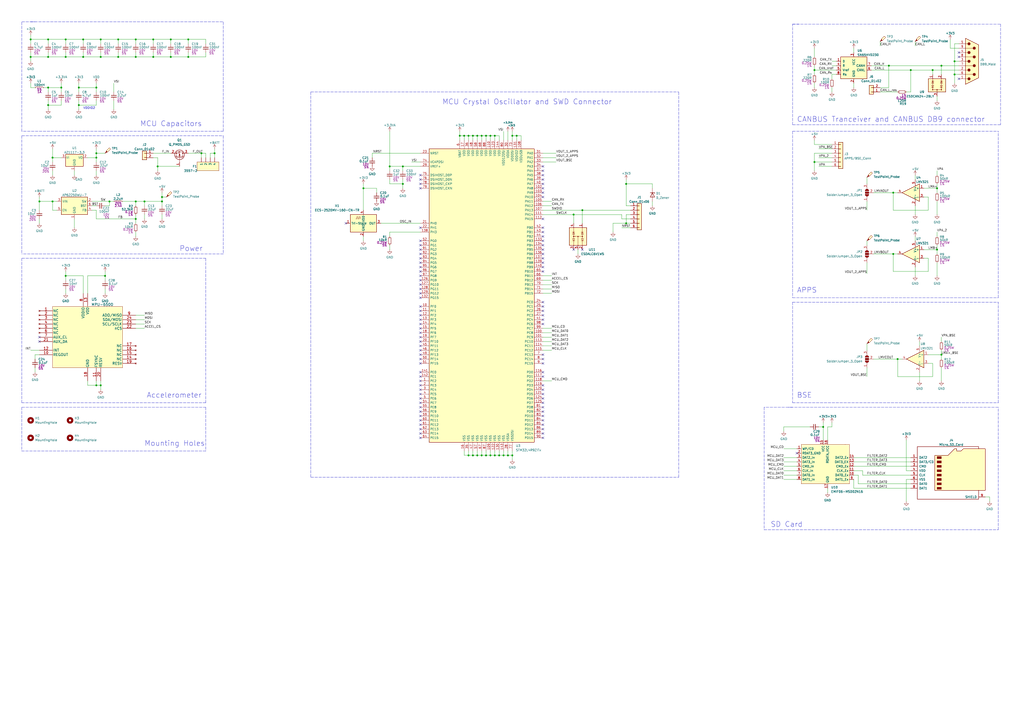
<source format=kicad_sch>
(kicad_sch (version 20211123) (generator eeschema)
  (paper "A2")
  (title_block (title "Electric Vehicle Control Unit") (date "2022-11-19") (rev "A") (company "ECE 490 Group 1"))
  (junction (at 55.88 88.9))
  (junction (at 116.84 88.9))
  (junction (at 292.1 264.16))
  (junction (at 477.52 247.65))
  (junction (at 518.16 147.32))
  (junction (at 553.72 35.56))
  (junction (at 226.06 96.52))
  (junction (at 274.32 78.74))
  (junction (at 124.46 88.9))
  (junction (at 515.62 38.1))
  (junction (at 276.86 78.74))
  (junction (at 99.06 22.86))
  (junction (at 233.68 106.68))
  (junction (at 279.4 264.16))
  (junction (at 297.18 264.16))
  (junction (at 27.94 50.8))
  (junction (at 233.68 96.52))
  (junction (at 299.72 78.74))
  (junction (at 99.06 33.02))
  (junction (at 543.56 109.22))
  (junction (at 284.48 78.74))
  (junction (at 472.44 40.64))
  (junction (at 88.9 22.86))
  (junction (at 78.74 33.02))
  (junction (at 271.78 78.74))
  (junction (at 55.88 223.52))
  (junction (at 553.72 43.18))
  (junction (at 269.24 78.74))
  (junction (at 60.96 160.02))
  (junction (at 91.44 96.52))
  (junction (at 48.26 33.02))
  (junction (at 284.48 264.16))
  (junction (at 27.94 60.96))
  (junction (at 17.78 33.02))
  (junction (at 68.58 33.02))
  (junction (at 27.94 33.02))
  (junction (at 30.48 91.44))
  (junction (at 546.1 205.74))
  (junction (at 78.74 22.86))
  (junction (at 541.02 40.64))
  (junction (at 271.78 264.16))
  (junction (at 55.88 91.44))
  (junction (at 287.02 78.74))
  (junction (at 35.56 50.8))
  (junction (at 279.4 78.74))
  (junction (at 472.44 93.98))
  (junction (at 38.1 22.86))
  (junction (at 93.98 116.84))
  (junction (at 48.26 22.86))
  (junction (at 38.1 160.02))
  (junction (at 281.94 264.16))
  (junction (at 518.16 111.76))
  (junction (at 276.86 264.16))
  (junction (at 528.32 40.64))
  (junction (at 58.42 33.02))
  (junction (at 30.48 116.84))
  (junction (at 55.88 50.8))
  (junction (at 266.7 78.74))
  (junction (at 78.74 127))
  (junction (at 294.64 264.16))
  (junction (at 109.22 22.86))
  (junction (at 363.22 106.68))
  (junction (at 45.72 60.96))
  (junction (at 27.94 22.86))
  (junction (at 332.74 124.46))
  (junction (at 38.1 33.02))
  (junction (at 17.78 22.86))
  (junction (at 210.82 109.22))
  (junction (at 281.94 78.74))
  (junction (at 58.42 22.86))
  (junction (at 88.9 33.02))
  (junction (at 22.86 116.84))
  (junction (at 58.42 223.52))
  (junction (at 78.74 116.84))
  (junction (at 297.18 78.74))
  (junction (at 93.98 114.3))
  (junction (at 63.5 116.84))
  (junction (at 274.32 264.16))
  (junction (at 109.22 33.02))
  (junction (at 83.82 116.84))
  (junction (at 289.56 264.16))
  (junction (at 546.1 38.1))
  (junction (at 287.02 264.16))
  (junction (at 543.56 144.78))
  (junction (at 68.58 22.86))
  (junction (at 45.72 50.8))
  (junction (at 337.82 121.92))
  (junction (at 520.7 208.28))
  (junction (at 363.22 129.54))
  (no_connect (at 243.84 149.86))
  (no_connect (at 243.84 154.94))
  (no_connect (at 243.84 152.4))
  (no_connect (at 243.84 160.02))
  (no_connect (at 243.84 157.48))
  (no_connect (at 243.84 198.12))
  (no_connect (at 243.84 195.58))
  (no_connect (at 243.84 208.28))
  (no_connect (at 243.84 185.42))
  (no_connect (at 243.84 165.1))
  (no_connect (at 243.84 167.64))
  (no_connect (at 243.84 170.18))
  (no_connect (at 243.84 172.72))
  (no_connect (at 243.84 182.88))
  (no_connect (at 243.84 177.8))
  (no_connect (at 243.84 180.34))
  (no_connect (at 243.84 162.56))
  (no_connect (at 243.84 147.32))
  (no_connect (at 243.84 139.7))
  (no_connect (at 243.84 144.78))
  (no_connect (at 243.84 142.24))
  (no_connect (at 314.96 248.92))
  (no_connect (at 314.96 251.46))
  (no_connect (at 314.96 254))
  (no_connect (at 243.84 254))
  (no_connect (at 243.84 226.06))
  (no_connect (at 243.84 220.98))
  (no_connect (at 243.84 218.44))
  (no_connect (at 243.84 223.52))
  (no_connect (at 243.84 215.9))
  (no_connect (at 243.84 210.82))
  (no_connect (at 243.84 203.2))
  (no_connect (at 243.84 187.96))
  (no_connect (at 243.84 193.04))
  (no_connect (at 243.84 205.74))
  (no_connect (at 243.84 200.66))
  (no_connect (at 243.84 190.5))
  (no_connect (at 243.84 233.68))
  (no_connect (at 243.84 228.6))
  (no_connect (at 243.84 231.14))
  (no_connect (at 243.84 236.22))
  (no_connect (at 243.84 241.3))
  (no_connect (at 243.84 238.76))
  (no_connect (at 243.84 246.38))
  (no_connect (at 243.84 251.46))
  (no_connect (at 243.84 243.84))
  (no_connect (at 243.84 248.92))
  (no_connect (at 314.96 236.22))
  (no_connect (at 314.96 238.76))
  (no_connect (at 314.96 241.3))
  (no_connect (at 314.96 246.38))
  (no_connect (at 314.96 233.68))
  (no_connect (at 314.96 243.84))
  (no_connect (at 314.96 231.14))
  (no_connect (at 314.96 228.6))
  (no_connect (at 314.96 223.52))
  (no_connect (at 243.84 101.6))
  (no_connect (at 243.84 106.68))
  (no_connect (at 243.84 109.22))
  (no_connect (at 243.84 104.14))
  (no_connect (at 462.28 262.89))
  (no_connect (at 200.66 129.54))
  (no_connect (at 243.84 132.08))
  (no_connect (at 337.82 144.78))
  (no_connect (at 332.74 144.78))
  (no_connect (at 314.96 96.52))
  (no_connect (at 314.96 114.3))
  (no_connect (at 314.96 111.76))
  (no_connect (at 314.96 106.68))
  (no_connect (at 314.96 109.22))
  (no_connect (at 314.96 101.6))
  (no_connect (at 314.96 104.14))
  (no_connect (at 314.96 99.06))
  (no_connect (at 314.96 142.24))
  (no_connect (at 314.96 154.94))
  (no_connect (at 314.96 144.78))
  (no_connect (at 314.96 157.48))
  (no_connect (at 314.96 149.86))
  (no_connect (at 314.96 152.4))
  (no_connect (at 314.96 147.32))
  (no_connect (at 314.96 137.16))
  (no_connect (at 314.96 139.7))
  (no_connect (at 314.96 132.08))
  (no_connect (at 314.96 127))
  (no_connect (at 314.96 134.62))
  (no_connect (at 314.96 175.26))
  (no_connect (at 314.96 177.8))
  (no_connect (at 314.96 182.88))
  (no_connect (at 314.96 185.42))
  (no_connect (at 314.96 180.34))
  (no_connect (at 314.96 208.28))
  (no_connect (at 314.96 205.74))
  (no_connect (at 314.96 210.82))
  (no_connect (at 314.96 226.06))
  (no_connect (at 314.96 218.44))
  (no_connect (at 314.96 215.9))
  (no_connect (at 314.96 187.96))
  (no_connect (at 556.26 30.48))
  (no_connect (at 556.26 33.02))
  (no_connect (at 556.26 45.72))
  (no_connect (at 22.86 195.58))
  (no_connect (at 22.86 198.12))
  (wire (pts (xy 314.96 200.66) (xy 320.04 200.66)))
  (wire (pts (xy 314.96 193.04) (xy 320.04 193.04)))
  (wire (pts (xy 482.6 35.56) (xy 485.14 35.56)))
  (wire (pts (xy 294.64 76.2) (xy 294.64 81.28)))
  (polyline (pts (xy 579.12 172.72) (xy 579.12 76.2)))
  (wire (pts (xy 335.28 147.32) (xy 335.28 144.78)))
  (wire (pts (xy 27.94 50.8) (xy 35.56 50.8)))
  (wire (pts (xy 99.06 30.48) (xy 99.06 33.02)))
  (wire (pts (xy 292.1 264.16) (xy 289.56 264.16)))
  (wire (pts (xy 55.88 50.8) (xy 45.72 50.8)))
  (wire (pts (xy 289.56 264.16) (xy 287.02 264.16)))
  (wire (pts (xy 337.82 121.92) (xy 365.76 121.92)))
  (polyline (pts (xy 459.74 76.2) (xy 579.12 76.2)))
  (wire (pts (xy 454.66 265.43) (xy 462.28 265.43)))
  (polyline (pts (xy 12.7 78.74) (xy 129.54 78.74)))
  (wire (pts (xy 109.22 22.86) (xy 109.22 25.4)))
  (wire (pts (xy 43.18 127) (xy 43.18 132.08)))
  (wire (pts (xy 88.9 22.86) (xy 99.06 22.86)))
  (polyline (pts (xy 12.7 12.7) (xy 20.32 12.7)))
  (polyline (pts (xy 119.38 261.62) (xy 12.7 261.62)))
  (wire (pts (xy 571.5 288.29) (xy 574.04 288.29)))
  (wire (pts (xy 266.7 78.74) (xy 266.7 81.28)))
  (wire (pts (xy 78.74 33.02) (xy 68.58 33.02)))
  (wire (pts (xy 284.48 78.74) (xy 281.94 78.74)))
  (wire (pts (xy 556.26 27.94) (xy 551.18 27.94)))
  (wire (pts (xy 78.74 124.46) (xy 78.74 127)))
  (wire (pts (xy 535.94 114.3) (xy 538.48 114.3)))
  (wire (pts (xy 365.76 132.08) (xy 360.68 132.08)))
  (wire (pts (xy 233.68 106.68) (xy 233.68 109.22)))
  (wire (pts (xy 292.1 76.2) (xy 292.1 81.28)))
  (polyline (pts (xy 579.12 233.68) (xy 579.12 175.26)))
  (wire (pts (xy 17.78 50.8) (xy 20.32 50.8)))
  (wire (pts (xy 45.72 48.26) (xy 45.72 50.8)))
  (wire (pts (xy 119.38 88.9) (xy 116.84 88.9)))
  (wire (pts (xy 271.78 261.62) (xy 271.78 264.16)))
  (wire (pts (xy 297.18 264.16) (xy 294.64 264.16)))
  (wire (pts (xy 287.02 264.16) (xy 284.48 264.16)))
  (wire (pts (xy 378.46 119.38) (xy 378.46 116.84)))
  (wire (pts (xy 60.96 88.9) (xy 55.88 88.9)))
  (wire (pts (xy 525.78 273.05) (xy 528.32 273.05)))
  (wire (pts (xy 297.18 261.62) (xy 297.18 264.16)))
  (polyline (pts (xy 12.7 236.22) (xy 12.7 261.62)))
  (wire (pts (xy 271.78 264.16) (xy 269.24 264.16)))
  (wire (pts (xy 533.4 198.12) (xy 533.4 200.66)))
  (wire (pts (xy 50.8 223.52) (xy 55.88 223.52)))
  (wire (pts (xy 495.3 275.59) (xy 497.84 275.59)))
  (wire (pts (xy 525.78 255.27) (xy 525.78 273.05)))
  (wire (pts (xy 50.8 160.02) (xy 50.8 170.18)))
  (wire (pts (xy 314.96 198.12) (xy 320.04 198.12)))
  (wire (pts (xy 78.74 22.86) (xy 88.9 22.86)))
  (wire (pts (xy 314.96 121.92) (xy 337.82 121.92)))
  (polyline (pts (xy 579.12 307.34) (xy 579.12 236.22)))
  (wire (pts (xy 55.88 101.6) (xy 55.88 99.06)))
  (wire (pts (xy 546.1 195.58) (xy 546.1 198.12)))
  (wire (pts (xy 482.6 53.34) (xy 482.6 50.8)))
  (wire (pts (xy 332.74 124.46) (xy 332.74 129.54)))
  (wire (pts (xy 543.56 106.68) (xy 543.56 109.22)))
  (wire (pts (xy 454.66 278.13) (xy 462.28 278.13)))
  (polyline (pts (xy 579.12 236.22) (xy 457.2 236.22)))
  (wire (pts (xy 553.72 35.56) (xy 553.72 43.18)))
  (wire (pts (xy 314.96 93.98) (xy 322.58 93.98)))
  (wire (pts (xy 63.5 116.84) (xy 66.04 116.84)))
  (wire (pts (xy 502.92 116.84) (xy 502.92 121.92)))
  (wire (pts (xy 279.4 264.16) (xy 276.86 264.16)))
  (wire (pts (xy 226.06 106.68) (xy 233.68 106.68)))
  (wire (pts (xy 78.74 134.62) (xy 78.74 137.16)))
  (wire (pts (xy 68.58 33.02) (xy 58.42 33.02)))
  (polyline (pts (xy 459.74 175.26) (xy 459.74 233.68)))
  (wire (pts (xy 518.16 147.32) (xy 520.7 147.32)))
  (wire (pts (xy 502.92 102.87) (xy 502.92 106.68)))
  (wire (pts (xy 27.94 33.02) (xy 17.78 33.02)))
  (polyline (pts (xy 119.38 233.68) (xy 12.7 233.68)))
  (polyline (pts (xy 459.74 233.68) (xy 579.12 233.68)))
  (wire (pts (xy 17.78 203.2) (xy 22.86 203.2)))
  (wire (pts (xy 472.44 40.64) (xy 472.44 43.18)))
  (wire (pts (xy 543.56 144.78) (xy 543.56 147.32)))
  (wire (pts (xy 55.88 88.9) (xy 55.88 91.44)))
  (wire (pts (xy 93.98 114.3) (xy 93.98 116.84)))
  (wire (pts (xy 355.6 129.54) (xy 355.6 134.62)))
  (wire (pts (xy 50.8 91.44) (xy 55.88 91.44)))
  (wire (pts (xy 294.64 264.16) (xy 292.1 264.16)))
  (wire (pts (xy 497.84 280.67) (xy 497.84 275.59)))
  (wire (pts (xy 20.32 205.74) (xy 20.32 208.28)))
  (wire (pts (xy 535.94 149.86) (xy 538.48 149.86)))
  (wire (pts (xy 66.04 53.34) (xy 66.04 48.26)))
  (polyline (pts (xy 459.74 13.97) (xy 580.39 13.97)))
  (wire (pts (xy 96.52 114.3) (xy 93.98 114.3)))
  (wire (pts (xy 528.32 53.34) (xy 525.78 53.34)))
  (wire (pts (xy 543.56 99.06) (xy 543.56 101.6)))
  (wire (pts (xy 93.98 116.84) (xy 93.98 119.38)))
  (wire (pts (xy 58.42 22.86) (xy 58.42 25.4)))
  (wire (pts (xy 35.56 48.26) (xy 35.56 50.8)))
  (wire (pts (xy 506.73 208.28) (xy 520.7 208.28)))
  (wire (pts (xy 474.98 247.65) (xy 477.52 247.65)))
  (wire (pts (xy 17.78 22.86) (xy 17.78 25.4)))
  (wire (pts (xy 510.54 24.13) (xy 510.54 26.67)))
  (wire (pts (xy 45.72 50.8) (xy 45.72 53.34)))
  (wire (pts (xy 477.52 247.65) (xy 477.52 255.27)))
  (polyline (pts (xy 459.74 172.72) (xy 579.12 172.72)))
  (wire (pts (xy 528.32 40.64) (xy 541.02 40.64)))
  (wire (pts (xy 322.58 88.9) (xy 314.96 88.9)))
  (wire (pts (xy 506.73 111.76) (xy 518.16 111.76)))
  (wire (pts (xy 53.34 116.84) (xy 63.5 116.84)))
  (wire (pts (xy 505.46 38.1) (xy 515.62 38.1)))
  (polyline (pts (xy 129.54 12.7) (xy 129.54 76.2)))
  (wire (pts (xy 279.4 78.74) (xy 279.4 81.28)))
  (wire (pts (xy 99.06 33.02) (xy 88.9 33.02)))
  (wire (pts (xy 279.4 261.62) (xy 279.4 264.16)))
  (wire (pts (xy 27.94 50.8) (xy 27.94 53.34)))
  (wire (pts (xy 482.6 245.11) (xy 482.6 247.65)))
  (wire (pts (xy 454.66 270.51) (xy 462.28 270.51)))
  (wire (pts (xy 83.82 116.84) (xy 93.98 116.84)))
  (wire (pts (xy 276.86 78.74) (xy 274.32 78.74)))
  (wire (pts (xy 17.78 30.48) (xy 17.78 33.02)))
  (wire (pts (xy 535.94 144.78) (xy 543.56 144.78)))
  (wire (pts (xy 541.02 40.64) (xy 541.02 43.18)))
  (wire (pts (xy 271.78 78.74) (xy 271.78 81.28)))
  (wire (pts (xy 480.06 247.65) (xy 482.6 247.65)))
  (polyline (pts (xy 459.74 76.2) (xy 459.74 172.72)))
  (wire (pts (xy 215.9 88.9) (xy 243.84 88.9)))
  (wire (pts (xy 124.46 88.9) (xy 121.92 88.9)))
  (wire (pts (xy 472.44 50.8) (xy 472.44 48.26)))
  (wire (pts (xy 83.82 116.84) (xy 83.82 119.38)))
  (wire (pts (xy 378.46 109.22) (xy 378.46 106.68)))
  (wire (pts (xy 485.14 43.18) (xy 482.6 43.18)))
  (wire (pts (xy 88.9 30.48) (xy 88.9 33.02)))
  (polyline (pts (xy 459.74 72.39) (xy 459.74 13.97)))
  (polyline (pts (xy 119.38 149.86) (xy 119.38 233.68)))
  (wire (pts (xy 525.78 278.13) (xy 528.32 278.13)))
  (wire (pts (xy 472.44 88.9) (xy 472.44 93.98)))
  (wire (pts (xy 543.56 109.22) (xy 543.56 111.76)))
  (wire (pts (xy 210.82 109.22) (xy 218.44 109.22)))
  (wire (pts (xy 55.88 48.26) (xy 55.88 50.8)))
  (wire (pts (xy 55.88 127) (xy 55.88 121.92)))
  (wire (pts (xy 63.5 116.84) (xy 63.5 119.38)))
  (wire (pts (xy 314.96 190.5) (xy 320.04 190.5)))
  (wire (pts (xy 495.3 273.05) (xy 500.38 273.05)))
  (wire (pts (xy 314.96 124.46) (xy 332.74 124.46)))
  (wire (pts (xy 482.6 38.1) (xy 485.14 38.1)))
  (wire (pts (xy 71.12 116.84) (xy 78.74 116.84)))
  (wire (pts (xy 58.42 33.02) (xy 48.26 33.02)))
  (wire (pts (xy 520.7 208.28) (xy 523.24 208.28)))
  (wire (pts (xy 294.64 261.62) (xy 294.64 264.16)))
  (wire (pts (xy 454.66 247.65) (xy 454.66 250.19)))
  (wire (pts (xy 27.94 58.42) (xy 27.94 60.96)))
  (wire (pts (xy 497.84 280.67) (xy 528.32 280.67)))
  (wire (pts (xy 518.16 157.48) (xy 538.48 157.48)))
  (wire (pts (xy 20.32 215.9) (xy 20.32 213.36)))
  (wire (pts (xy 495.3 265.43) (xy 528.32 265.43)))
  (wire (pts (xy 284.48 78.74) (xy 284.48 81.28)))
  (wire (pts (xy 454.66 273.05) (xy 462.28 273.05)))
  (wire (pts (xy 469.9 247.65) (xy 454.66 247.65)))
  (wire (pts (xy 55.88 60.96) (xy 45.72 60.96)))
  (polyline (pts (xy 443.23 307.34) (xy 457.2 307.34)))
  (wire (pts (xy 289.56 81.28) (xy 289.56 78.74)))
  (wire (pts (xy 58.42 30.48) (xy 58.42 33.02)))
  (wire (pts (xy 269.24 78.74) (xy 269.24 81.28)))
  (wire (pts (xy 518.16 121.92) (xy 538.48 121.92)))
  (wire (pts (xy 525.78 278.13) (xy 525.78 290.83)))
  (wire (pts (xy 528.32 40.64) (xy 528.32 53.34)))
  (wire (pts (xy 233.68 106.68) (xy 233.68 104.14)))
  (wire (pts (xy 38.1 160.02) (xy 38.1 162.56)))
  (polyline (pts (xy 12.7 149.86) (xy 119.38 149.86)))
  (wire (pts (xy 553.72 43.18) (xy 553.72 48.26)))
  (wire (pts (xy 17.78 48.26) (xy 17.78 50.8)))
  (wire (pts (xy 88.9 88.9) (xy 99.06 88.9)))
  (wire (pts (xy 60.96 160.02) (xy 60.96 162.56)))
  (wire (pts (xy 17.78 33.02) (xy 17.78 35.56)))
  (wire (pts (xy 27.94 60.96) (xy 35.56 60.96)))
  (wire (pts (xy 48.26 22.86) (xy 48.26 25.4)))
  (wire (pts (xy 279.4 78.74) (xy 276.86 78.74)))
  (polyline (pts (xy 17.78 12.7) (xy 129.54 12.7)))
  (wire (pts (xy 480.06 285.75) (xy 480.06 283.21)))
  (polyline (pts (xy 129.54 78.74) (xy 129.54 147.32)))
  (wire (pts (xy 22.86 205.74) (xy 20.32 205.74)))
  (wire (pts (xy 472.44 81.28) (xy 472.44 83.82)))
  (wire (pts (xy 284.48 261.62) (xy 284.48 264.16)))
  (wire (pts (xy 546.1 203.2) (xy 546.1 205.74)))
  (wire (pts (xy 60.96 119.38) (xy 63.5 119.38)))
  (wire (pts (xy 78.74 30.48) (xy 78.74 33.02)))
  (wire (pts (xy 276.86 261.62) (xy 276.86 264.16)))
  (wire (pts (xy 287.02 261.62) (xy 287.02 264.16)))
  (wire (pts (xy 553.72 25.4) (xy 553.72 35.56)))
  (wire (pts (xy 274.32 78.74) (xy 271.78 78.74)))
  (wire (pts (xy 355.6 129.54) (xy 363.22 129.54)))
  (wire (pts (xy 551.18 22.86) (xy 551.18 27.94)))
  (wire (pts (xy 530.86 154.94) (xy 530.86 160.02)))
  (wire (pts (xy 58.42 223.52) (xy 58.42 226.06)))
  (wire (pts (xy 109.22 33.02) (xy 99.06 33.02)))
  (wire (pts (xy 109.22 33.02) (xy 119.38 33.02)))
  (wire (pts (xy 55.88 58.42) (xy 55.88 60.96)))
  (wire (pts (xy 495.3 267.97) (xy 528.32 267.97)))
  (wire (pts (xy 55.88 220.98) (xy 55.88 223.52)))
  (wire (pts (xy 99.06 22.86) (xy 109.22 22.86)))
  (wire (pts (xy 287.02 78.74) (xy 287.02 81.28)))
  (wire (pts (xy 472.44 88.9) (xy 482.6 88.9)))
  (wire (pts (xy 109.22 88.9) (xy 116.84 88.9)))
  (polyline (pts (xy 12.7 236.22) (xy 119.38 236.22)))
  (wire (pts (xy 55.88 91.44) (xy 55.88 93.98)))
  (wire (pts (xy 502.92 213.36) (xy 502.92 218.44)))
  (wire (pts (xy 109.22 30.48) (xy 109.22 33.02)))
  (wire (pts (xy 480.06 247.65) (xy 480.06 255.27)))
  (wire (pts (xy 271.78 78.74) (xy 269.24 78.74)))
  (polyline (pts (xy 580.39 72.39) (xy 459.74 72.39)))
  (wire (pts (xy 78.74 182.88) (xy 83.82 182.88)))
  (wire (pts (xy 495.3 27.94) (xy 495.3 30.48)))
  (wire (pts (xy 226.06 142.24) (xy 226.06 144.78)))
  (wire (pts (xy 124.46 88.9) (xy 124.46 91.44)))
  (wire (pts (xy 116.84 88.9) (xy 116.84 91.44)))
  (wire (pts (xy 297.18 78.74) (xy 299.72 78.74)))
  (wire (pts (xy 226.06 76.2) (xy 226.06 96.52)))
  (wire (pts (xy 22.86 127) (xy 22.86 129.54)))
  (wire (pts (xy 30.48 91.44) (xy 30.48 93.98)))
  (wire (pts (xy 472.44 27.94) (xy 472.44 33.02)))
  (wire (pts (xy 22.86 114.3) (xy 22.86 116.84)))
  (wire (pts (xy 281.94 78.74) (xy 281.94 81.28)))
  (wire (pts (xy 78.74 185.42) (xy 83.82 185.42)))
  (wire (pts (xy 363.22 124.46) (xy 363.22 129.54)))
  (wire (pts (xy 543.56 124.46) (xy 543.56 116.84)))
  (polyline (pts (xy 12.7 78.74) (xy 12.7 147.32)))
  (wire (pts (xy 556.26 35.56) (xy 553.72 35.56)))
  (wire (pts (xy 88.9 91.44) (xy 91.44 91.44)))
  (wire (pts (xy 314.96 116.84) (xy 320.04 116.84)))
  (wire (pts (xy 60.96 157.48) (xy 60.96 160.02)))
  (wire (pts (xy 320.04 160.02) (xy 314.96 160.02)))
  (wire (pts (xy 30.48 86.36) (xy 30.48 91.44)))
  (polyline (pts (xy 12.7 233.68) (xy 12.7 149.86)))
  (wire (pts (xy 292.1 261.62) (xy 292.1 264.16)))
  (wire (pts (xy 299.72 78.74) (xy 299.72 81.28)))
  (wire (pts (xy 289.56 261.62) (xy 289.56 264.16)))
  (wire (pts (xy 538.48 205.74) (xy 546.1 205.74)))
  (polyline (pts (xy 12.7 76.2) (xy 12.7 12.7)))
  (wire (pts (xy 27.94 60.96) (xy 27.94 63.5)))
  (wire (pts (xy 210.82 139.7) (xy 210.82 137.16)))
  (wire (pts (xy 66.04 58.42) (xy 66.04 63.5)))
  (wire (pts (xy 233.68 96.52) (xy 243.84 96.52)))
  (wire (pts (xy 38.1 30.48) (xy 38.1 33.02)))
  (wire (pts (xy 332.74 124.46) (xy 360.68 124.46)))
  (wire (pts (xy 83.82 124.46) (xy 83.82 127)))
  (wire (pts (xy 365.76 124.46) (xy 363.22 124.46)))
  (wire (pts (xy 233.68 96.52) (xy 233.68 99.06)))
  (wire (pts (xy 495.3 270.51) (xy 528.32 270.51)))
  (wire (pts (xy 505.46 40.64) (xy 528.32 40.64)))
  (wire (pts (xy 266.7 76.2) (xy 266.7 78.74)))
  (wire (pts (xy 506.73 147.32) (xy 518.16 147.32)))
  (wire (pts (xy 226.06 104.14) (xy 226.06 106.68)))
  (wire (pts (xy 30.48 121.92) (xy 30.48 116.84)))
  (wire (pts (xy 215.9 88.9) (xy 215.9 91.44)))
  (polyline (pts (xy 459.74 236.22) (xy 443.23 236.22)))
  (wire (pts (xy 226.06 96.52) (xy 233.68 96.52)))
  (polyline (pts (xy 459.74 13.97) (xy 463.55 13.97)))
  (wire (pts (xy 530.86 24.13) (xy 530.86 26.67)))
  (wire (pts (xy 88.9 22.86) (xy 88.9 25.4)))
  (wire (pts (xy 58.42 220.98) (xy 58.42 223.52)))
  (wire (pts (xy 99.06 22.86) (xy 99.06 25.4)))
  (wire (pts (xy 276.86 78.74) (xy 276.86 81.28)))
  (wire (pts (xy 274.32 261.62) (xy 274.32 264.16)))
  (wire (pts (xy 543.56 142.24) (xy 543.56 144.78)))
  (wire (pts (xy 284.48 264.16) (xy 281.94 264.16)))
  (wire (pts (xy 27.94 22.86) (xy 17.78 22.86)))
  (wire (pts (xy 38.1 22.86) (xy 38.1 25.4)))
  (wire (pts (xy 320.04 170.18) (xy 314.96 170.18)))
  (wire (pts (xy 68.58 22.86) (xy 68.58 25.4)))
  (wire (pts (xy 35.56 50.8) (xy 35.56 53.34)))
  (wire (pts (xy 495.3 283.21) (xy 528.32 283.21)))
  (wire (pts (xy 472.44 93.98) (xy 482.6 93.98)))
  (wire (pts (xy 88.9 33.02) (xy 78.74 33.02)))
  (wire (pts (xy 78.74 187.96) (xy 83.82 187.96)))
  (polyline (pts (xy 119.38 236.22) (xy 119.38 261.62)))
  (polyline (pts (xy 180.34 276.86) (xy 393.7 276.86)))
  (wire (pts (xy 320.04 167.64) (xy 314.96 167.64)))
  (wire (pts (xy 454.66 267.97) (xy 462.28 267.97)))
  (wire (pts (xy 53.34 119.38) (xy 55.88 119.38)))
  (wire (pts (xy 274.32 264.16) (xy 271.78 264.16)))
  (wire (pts (xy 495.3 278.13) (xy 495.3 283.21)))
  (wire (pts (xy 297.18 76.2) (xy 297.18 78.74)))
  (wire (pts (xy 314.96 203.2) (xy 320.04 203.2)))
  (wire (pts (xy 27.94 22.86) (xy 38.1 22.86)))
  (wire (pts (xy 454.66 260.35) (xy 462.28 260.35)))
  (polyline (pts (xy 459.74 175.26) (xy 579.12 175.26)))
  (wire (pts (xy 297.18 264.16) (xy 297.18 266.7)))
  (wire (pts (xy 297.18 78.74) (xy 297.18 81.28)))
  (wire (pts (xy 220.98 129.54) (xy 243.84 129.54)))
  (polyline (pts (xy 393.7 276.86) (xy 393.7 53.34)))
  (wire (pts (xy 337.82 121.92) (xy 337.82 129.54)))
  (wire (pts (xy 530.86 119.38) (xy 530.86 124.46)))
  (wire (pts (xy 48.26 22.86) (xy 58.42 22.86)))
  (wire (pts (xy 454.66 275.59) (xy 462.28 275.59)))
  (wire (pts (xy 210.82 106.68) (xy 210.82 109.22)))
  (wire (pts (xy 91.44 96.52) (xy 91.44 99.06)))
  (wire (pts (xy 363.22 106.68) (xy 378.46 106.68)))
  (wire (pts (xy 474.98 91.44) (xy 482.6 91.44)))
  (wire (pts (xy 515.62 38.1) (xy 546.1 38.1)))
  (wire (pts (xy 281.94 261.62) (xy 281.94 264.16)))
  (wire (pts (xy 58.42 22.86) (xy 68.58 22.86)))
  (wire (pts (xy 17.78 20.32) (xy 17.78 22.86)))
  (wire (pts (xy 520.7 218.44) (xy 520.7 208.28)))
  (wire (pts (xy 502.92 139.7) (xy 502.92 142.24)))
  (wire (pts (xy 27.94 25.4) (xy 27.94 22.86)))
  (wire (pts (xy 50.8 220.98) (xy 50.8 223.52)))
  (wire (pts (xy 109.22 22.86) (xy 119.38 22.86)))
  (wire (pts (xy 274.32 78.74) (xy 274.32 81.28)))
  (wire (pts (xy 543.56 134.62) (xy 543.56 137.16)))
  (wire (pts (xy 477.52 245.11) (xy 477.52 247.65)))
  (polyline (pts (xy 180.34 53.34) (xy 180.34 276.86)))
  (wire (pts (xy 119.38 22.86) (xy 119.38 25.4)))
  (wire (pts (xy 299.72 78.74) (xy 302.26 78.74)))
  (wire (pts (xy 22.86 116.84) (xy 30.48 116.84)))
  (wire (pts (xy 510.54 53.34) (xy 520.7 53.34)))
  (wire (pts (xy 287.02 78.74) (xy 284.48 78.74)))
  (wire (pts (xy 124.46 86.36) (xy 124.46 88.9)))
  (wire (pts (xy 322.58 91.44) (xy 314.96 91.44)))
  (wire (pts (xy 238.76 93.98) (xy 243.84 93.98)))
  (wire (pts (xy 38.1 170.18) (xy 38.1 167.64)))
  (wire (pts (xy 45.72 58.42) (xy 45.72 60.96)))
  (wire (pts (xy 495.3 50.8) (xy 495.3 48.26)))
  (wire (pts (xy 210.82 109.22) (xy 210.82 121.92)))
  (wire (pts (xy 541.02 40.64) (xy 556.26 40.64)))
  (wire (pts (xy 472.44 40.64) (xy 485.14 40.64)))
  (wire (pts (xy 55.88 223.52) (xy 58.42 223.52)))
  (wire (pts (xy 543.56 58.42) (xy 543.56 55.88)))
  (wire (pts (xy 520.7 218.44) (xy 541.02 218.44)))
  (polyline (pts (xy 129.54 76.2) (xy 12.7 76.2)))
  (wire (pts (xy 38.1 22.86) (xy 48.26 22.86)))
  (wire (pts (xy 30.48 99.06) (xy 30.48 101.6)))
  (wire (pts (xy 48.26 30.48) (xy 48.26 33.02)))
  (wire (pts (xy 530.86 101.6) (xy 530.86 104.14)))
  (wire (pts (xy 48.26 160.02) (xy 48.26 170.18)))
  (wire (pts (xy 35.56 58.42) (xy 35.56 60.96)))
  (wire (pts (xy 33.02 121.92) (xy 30.48 121.92)))
  (wire (pts (xy 320.04 220.98) (xy 314.96 220.98)))
  (wire (pts (xy 93.98 124.46) (xy 93.98 127)))
  (wire (pts (xy 269.24 78.74) (xy 266.7 78.74)))
  (wire (pts (xy 30.48 116.84) (xy 33.02 116.84)))
  (wire (pts (xy 91.44 91.44) (xy 91.44 96.52)))
  (wire (pts (xy 60.96 170.18) (xy 60.96 167.64)))
  (wire (pts (xy 546.1 220.98) (xy 546.1 213.36)))
  (wire (pts (xy 119.38 91.44) (xy 119.38 88.9)))
  (wire (pts (xy 45.72 60.96) (xy 45.72 63.5)))
  (wire (pts (xy 269.24 264.16) (xy 269.24 261.62)))
  (wire (pts (xy 518.16 157.48) (xy 518.16 147.32)))
  (wire (pts (xy 320.04 165.1) (xy 314.96 165.1)))
  (wire (pts (xy 360.68 124.46) (xy 360.68 127)))
  (wire (pts (xy 365.76 129.54) (xy 363.22 129.54)))
  (wire (pts (xy 474.98 86.36) (xy 482.6 86.36)))
  (wire (pts (xy 546.1 205.74) (xy 546.1 208.28)))
  (wire (pts (xy 518.16 111.76) (xy 520.7 111.76)))
  (wire (pts (xy 83.82 190.5) (xy 78.74 190.5)))
  (polyline (pts (xy 580.39 13.97) (xy 580.39 72.39)))
  (wire (pts (xy 472.44 38.1) (xy 472.44 40.64)))
  (wire (pts (xy 556.26 25.4) (xy 553.72 25.4)))
  (wire (pts (xy 533.4 215.9) (xy 533.4 220.98)))
  (wire (pts (xy 48.26 33.02) (xy 38.1 33.02)))
  (wire (pts (xy 500.38 275.59) (xy 528.32 275.59)))
  (wire (pts (xy 78.74 22.86) (xy 78.74 25.4)))
  (wire (pts (xy 482.6 43.18) (xy 482.6 45.72)))
  (wire (pts (xy 541.02 210.82) (xy 541.02 218.44)))
  (wire (pts (xy 281.94 78.74) (xy 279.4 78.74)))
  (wire (pts (xy 474.98 96.52) (xy 482.6 96.52)))
  (polyline (pts (xy 180.34 53.34) (xy 393.7 53.34)))
  (wire (pts (xy 502.92 152.4) (xy 502.92 158.75)))
  (wire (pts (xy 226.06 134.62) (xy 226.06 137.16)))
  (wire (pts (xy 518.16 121.92) (xy 518.16 111.76)))
  (wire (pts (xy 22.86 116.84) (xy 22.86 121.92)))
  (wire (pts (xy 553.72 43.18) (xy 556.26 43.18)))
  (wire (pts (xy 119.38 30.48) (xy 119.38 33.02)))
  (wire (pts (xy 91.44 96.52) (xy 104.14 96.52)))
  (wire (pts (xy 38.1 33.02) (xy 27.94 33.02)))
  (wire (pts (xy 121.92 91.44) (xy 121.92 88.9)))
  (wire (pts (xy 78.74 127) (xy 55.88 127)))
  (wire (pts (xy 546.1 38.1) (xy 556.26 38.1)))
  (wire (pts (xy 482.6 83.82) (xy 472.44 83.82)))
  (wire (pts (xy 78.74 116.84) (xy 83.82 116.84)))
  (wire (pts (xy 276.86 264.16) (xy 274.32 264.16)))
  (wire (pts (xy 55.88 121.92) (xy 53.34 121.92)))
  (wire (pts (xy 314.96 195.58) (xy 320.04 195.58)))
  (wire (pts (xy 543.56 160.02) (xy 543.56 152.4)))
  (wire (pts (xy 289.56 78.74) (xy 287.02 78.74)))
  (wire (pts (xy 515.62 38.1) (xy 515.62 50.8)))
  (wire (pts (xy 25.4 50.8) (xy 27.94 50.8)))
  (wire (pts (xy 48.26 160.02) (xy 38.1 160.02)))
  (wire (pts (xy 27.94 33.02) (xy 27.94 30.48)))
  (wire (pts (xy 510.54 50.8) (xy 515.62 50.8)))
  (polyline (pts (xy 129.54 147.32) (xy 12.7 147.32)))
  (wire (pts (xy 226.06 96.52) (xy 226.06 99.06)))
  (wire (pts (xy 38.1 157.48) (xy 38.1 160.02)))
  (wire (pts (xy 281.94 264.16) (xy 279.4 264.16)))
  (wire (pts (xy 68.58 30.48) (xy 68.58 33.02)))
  (wire (pts (xy 50.8 160.02) (xy 60.96 160.02)))
  (polyline (pts (xy 443.23 236.22) (xy 443.23 307.34)))
  (wire (pts (xy 78.74 116.84) (xy 78.74 119.38)))
  (wire (pts (xy 302.26 81.28) (xy 302.26 78.74)))
  (wire (pts (xy 502.92 199.39) (xy 502.92 203.2)))
  (wire (pts (xy 218.44 109.22) (xy 218.44 111.76)))
  (wire (pts (xy 363.22 104.14) (xy 363.22 106.68)))
  (wire (pts (xy 500.38 273.05) (xy 500.38 275.59)))
  (wire (pts (xy 538.48 149.86) (xy 538.48 157.48)))
  (wire (pts (xy 68.58 22.86) (xy 78.74 22.86)))
  (wire (pts (xy 78.74 127) (xy 78.74 129.54)))
  (wire (pts (xy 243.84 134.62) (xy 226.06 134.62)))
  (wire (pts (xy 472.44 99.06) (xy 472.44 93.98)))
  (polyline (pts (xy 457.2 307.34) (xy 579.12 307.34)))
  (wire (pts (xy 93.98 111.76) (xy 93.98 114.3)))
  (wire (pts (xy 320.04 162.56) (xy 314.96 162.56)))
  (wire (pts (xy 546.1 38.1) (xy 546.1 43.18)))
  (wire (pts (xy 30.48 91.44) (xy 35.56 91.44)))
  (wire (pts (xy 538.48 210.82) (xy 541.02 210.82)))
  (wire (pts (xy 530.86 137.16) (xy 530.86 139.7)))
  (wire (pts (xy 574.04 288.29) (xy 574.04 290.83)))
  (wire (pts (xy 360.68 127) (xy 365.76 127)))
  (wire (pts (xy 55.88 53.34) (xy 55.88 50.8)))
  (wire (pts (xy 363.22 106.68) (xy 363.22 119.38)))
  (wire (pts (xy 43.18 99.06) (xy 43.18 101.6)))
  (wire (pts (xy 538.48 114.3) (xy 538.48 121.92)))
  (wire (pts (xy 314.96 119.38) (xy 320.04 119.38)))
  (wire (pts (xy 55.88 86.36) (xy 55.88 88.9)))
  (wire (pts (xy 535.94 109.22) (xy 543.56 109.22)))
  (wire (pts (xy 365.76 119.38) (xy 363.22 119.38)))
  (text "Accelerometer" (at 85.09 231.14 0) (effects (font (size 3 3)) (justify left bottom)))
  (text "SD Card\n" (at 447.04 306.07 0) (effects (font (size 3 3)) (justify left bottom)))
  (text "Power \n" (at 104.14 146.05 0) (effects (font (size 3 3)) (justify left bottom)))
  (text "BSE" (at 462.28 231.14 0) (effects (font (size 3 3)) (justify left bottom)))
  (text "MCU Capacitors\n" (at 81.28 73.66 0) (effects (font (size 3 3)) (justify left bottom)))
  (text "VDDIO2\n" (at 48.26 63.5 0) (effects (font (size 1.27 1.27)) (justify left bottom)))
  (text "CANBUS Tranceiver and CANBUS DB9 connector" (at 462.28 71.12 0) (effects (font (size 3 3)) (justify left bottom)))
  (text "APPS" (at 462.28 170.18 0) (effects (font (size 3 3)) (justify left bottom)))
  (text "MCU Crystal Oscillator and SWD Connector\n" (at 256.54 60.96 0) (effects (font (size 3 3)) (justify left bottom)))
  (text "Mounting Holes\n" (at 83.82 259.08 0) (effects (font (size 3 3)) (justify left bottom)))
  (label "FILTER_DAT3" (at 502.92 267.97 0))
  (label "MCU_CLK" (at 454.66 273.05 180))
  (label "LMA+" (at 538.48 109.22 0))
  (label "SW" (at 58.42 116.84 0))
  (label "SWCLK" (at 322.58 124.46 0))
  (label "CAN_TX" (at 482.6 35.56 180))
  (label "INT" (at 320.04 160.02 0))
  (label "MCU_DAT3" (at 454.66 267.97 180))
  (label "SCK" (at 83.82 187.96 0))
  (label "MCU_CD" (at 320.04 190.5 0))
  (label "LMA+_BSE" (at 546.1 205.74 0))
  (label "SWDIO" (at 320.04 121.92 0))
  (label "F_OUT" (at 111.76 88.9 0))
  (label "VPA" (at 474.98 96.52 0))
  (label "VPA_2" (at 543.56 134.62 0))
  (label "FB" (at 68.58 127 0))
  (label "MCU_CLK" (at 320.04 203.2 0))
  (label "LMB+" (at 538.48 144.78 0))
  (label "FILTER_DAT2" (at 502.92 265.43 0))
  (label "FILTER_CMD" (at 502.92 270.51 0))
  (label "OSC_IN" (at 238.76 129.54 180))
  (label "CAN_H" (at 513.08 38.1 180))
  (label "VOUT_BSE" (at 502.92 218.44 180))
  (label "VPA_2" (at 474.98 91.44 0))
  (label "VOUT_2_APPS" (at 322.58 91.44 0))
  (label "VSI" (at 238.76 93.98 0))
  (label "FILTER_DAT0" (at 502.92 280.67 0))
  (label "CAN_RX" (at 482.6 38.1 180))
  (label "NRST" (at 216.4671 88.9 0))
  (label "SCK" (at 320.04 165.1 0))
  (label "CAN_Vref" (at 474.98 40.64 0))
  (label "MISO" (at 83.82 182.88 0))
  (label "MCU_CMD" (at 454.66 270.51 180))
  (label "CAN_L" (at 513.08 40.64 180))
  (label "FILTER_DAT1" (at 502.92 283.21 0))
  (label "VOUT_2_APPS" (at 502.92 158.75 180))
  (label "MCU_DAT3" (at 320.04 200.66 0))
  (label "MISO" (at 320.04 167.64 0))
  (label "ACCEL_CS" (at 320.04 162.56 0))
  (label "CAN_RX" (at 320.04 116.84 0))
  (label "MCU_DAT2" (at 320.04 198.12 0))
  (label "VSI" (at 292.1 76.2 180))
  (label "FILTER_CLK" (at 502.92 275.59 0))
  (label "VOUT_BSE" (at 322.58 93.98 0))
  (label "INT" (at 17.78 203.2 180))
  (label "CAN_Rs" (at 482.6 43.18 180))
  (label "VPA_BSE" (at 474.98 86.36 0))
  (label "VSI" (at 66.04 48.26 0))
  (label "MCU_CMD" (at 320.04 220.98 0))
  (label "LMVAOUT" (at 515.62 111.76 180))
  (label "VOUT_1_APPS" (at 502.92 121.92 180))
  (label "CAN_L_res" (at 510.54 53.34 0))
  (label "CAN_H" (at 510.54 26.67 0))
  (label "ACCEL_CS" (at 83.82 190.5 0))
  (label "LMVBOUT" (at 515.62 147.32 180))
  (label "MCU_DAT2" (at 454.66 265.43 180))
  (label "CAN_TX" (at 320.04 119.38 0))
  (label "F_IN" (at 93.98 88.9 0))
  (label "VOUT_1_APPS" (at 322.58 88.9 0))
  (label "BST" (at 53.34 119.38 0))
  (label "MCU_DAT1" (at 454.66 278.13 180))
  (label "MCU_CD" (at 454.66 260.35 180))
  (label "MCU_DAT0" (at 320.04 193.04 0))
  (label "LMVCOUT" (at 518.16 208.28 180))
  (label "MCU_DAT1" (at 320.04 195.58 0))
  (label "MOSI" (at 83.82 185.42 0))
  (label "VPA" (at 543.56 99.06 0))
  (label "MCU_DAT0" (at 454.66 275.59 180))
  (label "NRST" (at 360.68 132.08 0))
  (label "MOSI" (at 320.04 170.18 0))
  (label "VPA_BSE" (at 546.1 195.58 0))
  (label "CAN_L" (at 530.86 26.67 0))
  (symbol (lib_id "Device:C_Small") (at 17.78 27.94 0) (unit 1)
    (property "Reference" "C1" (at 19.685 25.5 0) (effects (justify left)))
    (property "Value" "4.7uF" (at 19.685 27.432 0) (effects (justify left)))
    (property "Footprint" "Capacitor_SMD:C_0603_1608Metric_Pad1.08x0.95mm_HandSolder" (effects hide))
    (property "Tolerance" "5%" (at 21.082 30.861 0))
    (property "Rating" "10V" (at 19.812 29.21 0) (effects (justify left)))
  )
  (symbol (lib_id "Amplifier_Operational:LMV321") (at 528.32 111.76 0) (mirror y) (unit 1)
    (property "Reference" "U4" (at 531.3806 102.9802 0) (effects (justify right)))
    (property "Value" "LMV321" (at 531.3806 105.5171 0) (effects (justify right)))
    (property "Footprint" "Package_TO_SOT_SMD:SOT-353_SC-70-5_Handsoldering" (effects hide))
    (property "Datasheet" "http://www.ti.com/lit/ds/symlink/lmv324.pdf" (effects hide))
  )
  (symbol (lib_id "Device:C_Small") (at 27.94 27.94 0) (unit 1)
    (property "Reference" "C4" (at 29.845 25.5 0) (effects (justify left)))
    (property "Value" "100nF" (at 29.935 27.432 0) (effects (justify left)))
    (property "Footprint" "Capacitor_SMD:C_0603_1608Metric_Pad1.08x0.95mm_HandSolder" (effects hide))
    (property "Rating" "10V" (at 29.845 29.21 0) (effects (justify left)))
    (property "Tolerance" "5%" (at 29.845 30.861 0) (effects (justify left)))
  )
  (symbol (lib_id "power:GND") (at 495.3 50.8 0) (unit 1)
    (property "Reference" "#PWR053" (effects hide))
    (property "Value" "GND" (at 495.3 55.2434 0))
  )
  (symbol (lib_id "Device:R_Small") (at 546.1 210.82 0) (unit 1)
    (property "Reference" "R12" (at 547.624 208.534 0) (effects (justify left)))
    (property "Value" "100kR" (at 547.624 210.312 0) (effects (justify left)))
    (property "Footprint" "Resistor_SMD:R_0805_2012Metric_Pad1.20x1.40mm_HandSolder" (effects hide))
    (property "Rating" "0.25W" (at 547.624 211.836 0) (effects (justify left)))
    (property "Tolerance" "1%" (at 547.624 213.36 0) (effects (justify left)))
  )
  (symbol (lib_id "power:GND") (at 66.04 63.5 0) (unit 1)
    (property "Reference" "#PWR023" (effects hide))
    (property "Value" "GND" (at 66.04 67.9434 0))
  )
  (symbol (lib_id "Amplifier_Operational:LMV321") (at 528.32 147.32 0) (mirror y) (unit 1)
    (property "Reference" "U7" (at 531.3806 138.5402 0) (effects (justify right)))
    (property "Value" "LMV321" (at 531.3806 141.0771 0) (effects (justify right)))
    (property "Footprint" "Package_TO_SOT_SMD:SOT-353_SC-70-5_Handsoldering" (effects hide))
    (property "Datasheet" "http://www.ti.com/lit/ds/symlink/lmv324.pdf" (effects hide))
  )
  (symbol (lib_id "Device:C_Small") (at 83.82 121.92 0) (unit 1)
    (property "Reference" "C13" (at 85.725 119.48 0) (effects (justify left)))
    (property "Value" "22uF" (at 85.815 121.412 0) (effects (justify left)))
    (property "Footprint" "Capacitor_SMD:C_0603_1608Metric_Pad1.08x0.95mm_HandSolder" (effects hide))
    (property "Rating" "10V" (at 85.725 123.19 0) (effects (justify left)))
    (property "Tolerance" "5%" (at 85.725 124.841 0) (effects (justify left)))
  )
  (symbol (lib_id "Amplifier_Operational:LMV321") (at 530.86 208.28 0) (mirror y) (unit 1)
    (property "Reference" "U8" (at 533.9206 199.5002 0) (effects (justify right)))
    (property "Value" "LMV321" (at 533.9206 202.0371 0) (effects (justify right)))
    (property "Footprint" "Package_TO_SOT_SMD:SOT-353_SC-70-5_Handsoldering" (effects hide))
    (property "Datasheet" "http://www.ti.com/lit/ds/symlink/lmv324.pdf" (effects hide))
  )
  (symbol (lib_id "power:VDD") (at 55.88 48.26 0) (unit 1)
    (property "Reference" "#PWR016" (effects hide))
    (property "Value" "VDD" (at 55.88 44.6842 0))
  )
  (symbol (lib_id "Device:C_Small") (at 38.1 27.94 0) (unit 1)
    (property "Reference" "C7" (at 40.005 25.5 0) (effects (justify left)))
    (property "Value" "100nF" (at 40.095 27.432 0) (effects (justify left)))
    (property "Footprint" "Capacitor_SMD:C_0603_1608Metric_Pad1.08x0.95mm_HandSolder" (effects hide))
    (property "Rating" "10V" (at 40.005 29.21 0) (effects (justify left)))
    (property "Tolerance" "5%" (at 40.005 30.861 0) (effects (justify left)))
  )
  (symbol (lib_id "power:+3.3V") (at 297.18 76.2 0) (unit 1)
    (property "Reference" "#PWR032" (effects hide))
    (property "Value" "+3.3V" (at 294.64 72.72 0) (effects (font (size 1 1)) (justify left)))
  )
  (symbol (lib_id "power:GND") (at 20.32 215.9 0) (mirror y) (unit 1)
    (property "Reference" "#PWR041" (effects hide))
    (property "Value" "GND" (at 20.32 220.3434 0))
  )
  (symbol (lib_id "Device:R_Small") (at 543.56 139.7 0) (unit 1)
    (property "Reference" "R8" (at 545.084 137.414 0) (effects (justify left)))
    (property "Value" "50kR" (at 545.084 139.192 0) (effects (justify left)))
    (property "Footprint" "Resistor_SMD:R_0805_2012Metric_Pad1.20x1.40mm_HandSolder" (effects hide))
    (property "Rating" "0.25W" (at 545.084 140.716 0) (effects (justify left)))
    (property "Tolerance" "1%" (at 545.084 142.24 0) (effects (justify left)))
  )
  (symbol (lib_id "Device:C_Small") (at 99.06 27.94 0) (unit 1)
    (property "Reference" "C18" (at 100.965 25.5 0) (effects (justify left)))
    (property "Value" "100nF" (at 101.055 27.432 0) (effects (justify left)))
    (property "Footprint" "Capacitor_SMD:C_0603_1608Metric_Pad1.08x0.95mm_HandSolder" (effects hide))
    (property "Rating" "10V" (at 100.965 29.21 0) (effects (justify left)))
    (property "Tolerance" "5%" (at 100.965 30.861 0) (effects (justify left)))
  )
  (symbol (lib_id "Power_Protection:ESDCAN24-2BLY") (at 525.78 40.64 0) (unit 1)
    (property "Reference" "U9" (at 533.4 53.34 0) (effects (justify left)))
    (property "Value" "ESDCAN24-2BLY" (at 525.78 55.88 0) (effects (justify left)))
    (property "Footprint" "Package_TO_SOT_SMD:SC-59" (effects hide))
  )
  (symbol (lib_id "power:GND") (at 472.44 50.8 0) (unit 1)
    (property "Reference" "#PWR045" (effects hide))
    (property "Value" "GND" (at 472.44 55.2434 0))
  )
  (symbol (lib_id "Device:Q_PMOS_GSD") (at 104.14 91.44 270) (mirror x) (unit 1)
    (property "Reference" "Q1" (at 104.14 81.28 90))
    (property "Value" "Q_PMOS_GSD" (at 104.14 83.82 90))
    (property "Footprint" "Package_TO_SOT_SMD:SOT-23" (effects hide))
  )
  (symbol (lib_id "power:GND") (at 543.56 58.42 0) (unit 1)
    (property "Reference" "#PWR066" (effects hide))
    (property "Value" "GND" (at 543.56 62.8634 0))
  )
  (symbol (lib_id "power:+3.3V") (at 482.6 245.11 0) (unit 1)
    (property "Reference" "#PWR040" (effects hide))
    (property "Value" "+3.3V" (at 482.6 241.5342 0))
  )
  (symbol (lib_id "Device:D_Zener") (at 378.46 113.03 270) (unit 1)
    (property "Reference" "D1" (at 380.492 112.1953 90) (effects (justify left)))
    (property "Value" "D_Zener" (at 380.492 114.7322 90) (effects (justify left)))
    (property "Footprint" "Diode_SMD:D_SMB" (effects hide))
  )
  (symbol (lib_id "power:GND") (at 78.74 137.16 0) (mirror y) (unit 1)
    (property "Reference" "#PWR021" (effects hide))
    (property "Value" "GND" (at 78.74 141.6034 0))
  )
  (symbol (lib_id "Device:C_Small") (at 88.9 27.94 0) (unit 1)
    (property "Reference" "C17" (at 90.805 25.5 0) (effects (justify left)))
    (property "Value" "100nF" (at 90.895 27.432 0) (effects (justify left)))
    (property "Footprint" "Capacitor_SMD:C_0603_1608Metric_Pad1.08x0.95mm_HandSolder" (effects hide))
    (property "Rating" "10V" (at 90.805 29.21 0) (effects (justify left)))
    (property "Tolerance" "5%" (at 90.805 30.861 0) (effects (justify left)))
  )
  (symbol (lib_id "power:GND") (at 233.68 109.22 0) (unit 1)
    (property "Reference" "#PWR034" (effects hide))
    (property "Value" "GND" (at 233.68 113.6634 0))
  )
  (symbol (lib_id "Device:C_Small") (at 35.56 55.88 0) (unit 1)
    (property "Reference" "C6" (at 37.465 53.44 0) (effects (justify left)))
    (property "Value" "10nF" (at 37.555 55.372 0) (effects (justify left)))
    (property "Footprint" "Capacitor_SMD:C_0603_1608Metric_Pad1.08x0.95mm_HandSolder" (effects hide))
    (property "Rating" "10V" (at 37.465 57.15 0) (effects (justify left)))
    (property "Tolerance" "5%" (at 37.465 58.801 0) (effects (justify left)))
  )
  (symbol (lib_id "power:GND") (at 454.66 250.19 0) (unit 1)
    (property "Reference" "#PWR037" (effects hide))
    (property "Value" "GND" (at 454.66 254.6334 0))
  )
  (symbol (lib_id "power:+3.3V") (at 55.88 86.36 0) (unit 1)
    (property "Reference" "#PWR019" (effects hide))
    (property "Value" "+3.3V" (at 55.88 82.7842 0))
  )
  (symbol (lib_id "Device:C_Small") (at 472.44 247.65 90) (mirror x) (unit 1)
    (property "Reference" "C29" (at 475.615 250.29 90) (effects (justify left)))
    (property "Value" "0.1uF" (at 475.525 252.222 90) (effects (justify left)))
    (property "Footprint" "Capacitor_SMD:C_0603_1608Metric_Pad1.08x0.95mm_HandSolder" (effects hide))
    (property "Rating" "10V" (at 475.615 254 90) (effects (justify left)))
    (property "Tolerance" "5%" (at 475.615 255.651 90) (effects (justify left)))
  )
  (symbol (lib_id "power:+3.3V") (at 472.44 27.94 0) (unit 1)
    (property "Reference" "#PWR044" (effects hide))
    (property "Value" "+3.3V" (at 472.44 24.3642 0))
  )
  (symbol (lib_id "Device:C_Small") (at 20.32 210.82 0) (unit 1)
    (property "Reference" "C24" (at 22.225 208.38 0) (effects (justify left)))
    (property "Value" "0.1uF" (at 22.315 210.312 0) (effects (justify left)))
    (property "Footprint" "Capacitor_SMD:C_0603_1608Metric_Pad1.08x0.95mm_HandSolder" (effects hide))
    (property "Rating" "10V" (at 22.225 212.09 0) (effects (justify left)))
    (property "Tolerance" "5%" (at 22.225 213.741 0) (effects (justify left)))
  )
  (symbol (lib_id "Oscillator:ECS-2520MV-xxx-xx") (at 210.82 129.54 0) (unit 1)
    (property "Reference" "X1" (at 195.58 119.38 0))
    (property "Value" "ECS-2520MV-160-CN-TR" (at 195.58 121.92 0))
    (property "Footprint" "Oscillator:Oscillator_SMD_ECS_2520MV-xxx-xx-4Pin_2.5x2.0mm" (effects hide))
    (property "Datasheet" "https://www.ecsxtal.com/store/pdf/ECS-2520MV.pdf" (effects hide))
  )
  (symbol (lib_id "Jumper:SolderJumper_3_Open") (at 502.92 111.76 90) (unit 1)
    (property "Reference" "JP1" (at 500.38 110.4899 90) (effects (justify left)))
    (property "Value" "SolderJumper_3_Open" (at 500.38 113.0299 90) (effects (justify left)))
    (property "Footprint" "Jumper:SolderJumper-3_P1.3mm_Open_Pad1.0x1.5mm_NumberLabels" (effects hide))
  )
  (symbol (lib_id "Mechanical:MountingHole") (at 40.64 243.84 0) (unit 1)
    (property "Reference" "H3" (at 43.18 242.5699 0) (effects (justify left)))
    (property "Value" "MountingHole" (at 43.18 245.1099 0) (effects (justify left)))
    (property "Footprint" "MountingHole:MountingHole_2.2mm_M2_DIN965_Pad" (effects hide))
  )
  (symbol (lib_id "power:GND") (at 43.18 101.6 0) (mirror y) (unit 1)
    (property "Reference" "#PWR012" (effects hide))
    (property "Value" "GND" (at 45.72 104.14 0))
  )
  (symbol (lib_id "Device:R_Small") (at 78.74 121.92 0) (mirror y) (unit 1)
    (property "Reference" "R2" (at 77.216 119.634 0) (effects (justify left)))
    (property "Value" "52.3kR" (at 77.216 121.412 0) (effects (justify left)))
    (property "Footprint" "Resistor_SMD:R_0805_2012Metric_Pad1.20x1.40mm_HandSolder" (effects hide))
    (property "Rating" "0.1W" (at 77.216 122.936 0) (effects (justify left)))
    (property "Tolerance" "1%" (at 77.216 124.46 0) (effects (justify left)))
  )
  (symbol (lib_id "Device:C_Small") (at 226.06 101.6 0) (unit 1)
    (property "Reference" "C32" (at 227.965 99.16 0) (effects (justify left)))
    (property "Value" "1uF" (at 228.055 101.092 0) (effects (justify left)))
    (property "Footprint" "Capacitor_SMD:C_0603_1608Metric_Pad1.08x0.95mm_HandSolder" (effects hide))
    (property "Rating" "10V" (at 227.965 102.87 0) (effects (justify left)))
    (property "Tolerance" "5%" (at 227.965 104.521 0) (effects (justify left)))
  )
  (symbol (lib_id "power:+3.3V") (at 17.78 20.32 0) (unit 1)
    (property "Reference" "#PWR01" (effects hide))
    (property "Value" "+3.3V" (at 17.78 16.7442 0))
  )
  (symbol (lib_id "Device:C_Small") (at 30.48 96.52 0) (mirror y) (unit 1)
    (property "Reference" "C2" (at 28.575 94.08 0) (effects (justify left)))
    (property "Value" "10uF" (at 28.485 96.012 0) (effects (justify left)))
    (property "Footprint" "Capacitor_SMD:C_0603_1608Metric_Pad1.08x0.95mm_HandSolder" (effects hide))
    (property "Rating" "25V" (at 28.575 97.79 0) (effects (justify left)))
    (property "Tolerance" "20%" (at 28.575 99.441 0) (effects (justify left)))
  )
  (symbol (lib_id "Device:C_Small") (at 27.94 55.88 0) (unit 1)
    (property "Reference" "C5" (at 29.845 53.44 0) (effects (justify left)))
    (property "Value" "1uF" (at 29.935 55.372 0) (effects (justify left)))
    (property "Footprint" "Capacitor_SMD:C_0603_1608Metric_Pad1.08x0.95mm_HandSolder" (effects hide))
    (property "Rating" "10V" (at 29.845 57.15 0) (effects (justify left)))
    (property "Tolerance" "5%" (at 29.845 58.801 0) (effects (justify left)))
  )
  (symbol (lib_id "Device:C_Small") (at 78.74 27.94 0) (unit 1)
    (property "Reference" "C16" (at 80.645 25.5 0) (effects (justify left)))
    (property "Value" "100nF" (at 80.735 27.432 0) (effects (justify left)))
    (property "Footprint" "Capacitor_SMD:C_0603_1608Metric_Pad1.08x0.95mm_HandSolder" (effects hide))
    (property "Rating" "10V" (at 80.645 29.21 0) (effects (justify left)))
    (property "Tolerance" "5%" (at 80.645 30.861 0) (effects (justify left)))
  )
  (symbol (lib_id "power:GND") (at 355.6 134.62 0) (mirror y) (unit 1)
    (property "Reference" "#PWR010" (effects hide))
    (property "Value" "GND" (at 355.6 139.0634 0))
  )
  (symbol (lib_id "power:+3.3V") (at 477.52 245.11 0) (unit 1)
    (property "Reference" "#PWR038" (effects hide))
    (property "Value" "+3.3V" (at 477.52 241.5342 0))
  )
  (symbol (lib_id "Device:C_Small") (at 48.26 27.94 0) (unit 1)
    (property "Reference" "C9" (at 50.165 25.5 0) (effects (justify left)))
    (property "Value" "100nF" (at 50.255 27.432 0) (effects (justify left)))
    (property "Footprint" "Capacitor_SMD:C_0603_1608Metric_Pad1.08x0.95mm_HandSolder" (effects hide))
    (property "Rating" "10V" (at 50.165 29.21 0) (effects (justify left)))
    (property "Tolerance" "5%" (at 50.165 30.861 0) (effects (justify left)))
  )
  (symbol (lib_id "Device:R_Small") (at 546.1 200.66 0) (unit 1)
    (property "Reference" "R11" (at 547.624 198.374 0) (effects (justify left)))
    (property "Value" "50kR" (at 547.624 200.152 0) (effects (justify left)))
    (property "Footprint" "Resistor_SMD:R_0805_2012Metric_Pad1.20x1.40mm_HandSolder" (effects hide))
    (property "Rating" "0.25W" (at 547.624 201.676 0) (effects (justify left)))
    (property "Tolerance" "1%" (at 547.624 203.2 0) (effects (justify left)))
  )
  (symbol (lib_id "Device:C_Small") (at 45.72 55.88 0) (unit 1)
    (property "Reference" "C8" (at 47.625 53.44 0) (effects (justify left)))
    (property "Value" "4.7uF" (at 47.625 55.372 0) (effects (justify left)))
    (property "Footprint" "Capacitor_SMD:C_0603_1608Metric_Pad1.08x0.95mm_HandSolder" (effects hide))
    (property "Tolerance" "5%" (at 49.022 58.801 0))
    (property "Rating" "10V" (at 47.752 57.15 0) (effects (justify left)))
  )
  (symbol (lib_id "power:GND") (at 297.18 266.7 0) (unit 1)
    (property "Reference" "#PWR033" (effects hide))
    (property "Value" "GND" (at 297.18 271.1434 0))
  )
  (symbol (lib_id "Connector:TestPoint_Probe") (at 60.96 88.9 0) (unit 1)
    (property "Reference" "TP1" (at 64.77 86.0424 0) (effects (justify left)))
    (property "Value" "TestPoint_Probe" (at 64.77 88.5824 0) (effects (justify left)))
    (property "Footprint" "TestPoint:TestPoint_Pad_1.5x1.5mm" (effects hide))
  )
  (symbol (lib_id "power:+3.3V") (at 525.78 255.27 0) (unit 1)
    (property "Reference" "#PWR042" (effects hide))
    (property "Value" "+3.3V" (at 525.78 251.6942 0))
  )
  (symbol (lib_id "power:+3.3V") (at 495.3 27.94 0) (unit 1)
    (property "Reference" "#PWR052" (effects hide))
    (property "Value" "+3.3V" (at 495.3 24.3642 0))
  )
  (symbol (lib_id "Regulator_Linear:AZ1117-3.3") (at 43.18 91.44 0) (unit 1)
    (property "Reference" "U1" (at 43.18 85.8352 0))
    (property "Value" "AZ1117-3.3" (at 43.18 88.3721 0))
    (property "Footprint" "Package_TO_SOT_SMD:SOT-89-3_Handsoldering" (effects hide))
    (property "Datasheet" "https://www.diodes.com/assets/Datasheets/AZ1117.pdf" (effects hide))
  )
  (symbol (lib_id "power:GND") (at 27.94 63.5 0) (unit 1)
    (property "Reference" "#PWR08" (effects hide))
    (property "Value" "GND" (at 27.94 67.9434 0))
  )
  (symbol (lib_id "Connector:Micro_SD_Card") (at 551.18 273.05 0) (unit 1)
    (property "Reference" "J4" (at 551.815 255.3802 0))
    (property "Value" "Micro_SD_Card" (at 551.815 257.9171 0))
    (property "Footprint" "Connector_Card:microSD_HC_Wuerth_693072010801" (effects hide))
    (property "Datasheet" "http://katalog.we-online.de/em/datasheet/693072010801.pdf" (effects hide))
  )
  (symbol (lib_id "power:GND") (at 45.72 63.5 0) (unit 1)
    (property "Reference" "#PWR015" (effects hide))
    (property "Value" "GND" (at 45.72 67.9434 0))
  )
  (symbol (lib_id "power:GND") (at 60.96 170.18 0) (mirror y) (unit 1)
    (property "Reference" "#PWR056" (effects hide))
    (property "Value" "GND" (at 60.96 174.6234 0))
  )
  (symbol (lib_id "power:GND") (at 543.56 160.02 0) (unit 1)
    (property "Reference" "#PWR064" (effects hide))
    (property "Value" "GND" (at 543.56 164.4634 0))
  )
  (symbol (lib_id "power:+BATT") (at 22.86 114.3 0) (unit 1)
    (property "Reference" "#PWR06" (effects hide))
    (property "Value" "+BATT" (at 22.86 110.7242 0))
  )
  (symbol (lib_id "power:GND") (at 533.4 220.98 0) (unit 1)
    (property "Reference" "#PWR062" (effects hide))
    (property "Value" "GND" (at 533.4 225.4234 0))
  )
  (symbol (lib_id "power:GND") (at 91.44 99.06 0) (unit 1)
    (property "Reference" "#PWR018" (effects hide))
    (property "Value" "GND" (at 91.44 103.5034 0))
  )
  (symbol (lib_id "power:+5V") (at 530.86 101.6 0) (unit 1)
    (property "Reference" "#PWR046" (effects hide))
    (property "Value" "+5V" (at 530.86 98.0242 0))
  )
  (symbol (lib_id "Device:C_Small") (at 60.96 165.1 0) (unit 1)
    (property "Reference" "C28" (at 62.865 162.66 0) (effects (justify left)))
    (property "Value" "0.1uF" (at 62.955 164.592 0) (effects (justify left)))
    (property "Footprint" "Capacitor_SMD:C_0603_1608Metric_Pad1.08x0.95mm_HandSolder" (effects hide))
    (property "Rating" "10V" (at 62.865 166.37 0) (effects (justify left)))
    (property "Tolerance" "5%" (at 62.865 168.021 0) (effects (justify left)))
  )
  (symbol (lib_id "Device:R_Small") (at 523.24 53.34 90) (mirror x) (unit 1)
    (property "Reference" "R19" (at 525.78 60.198 90) (effects (justify left)))
    (property "Value" "120R" (at 525.78 58.42 90) (effects (justify left)))
    (property "Footprint" "Resistor_SMD:R_0805_2012Metric_Pad1.20x1.40mm_HandSolder" (effects hide))
    (property "Rating" "0.25W" (at 525.78 56.896 90) (effects (justify left)))
    (property "Tolerance" "1%" (at 525.78 55.372 90) (effects (justify left)))
  )
  (symbol (lib_name "MPU-6500_1") (lib_id "MPU_6500:MPU-6500") (at 22.86 180.34 0) (unit 1)
    (property "Reference" "U5" (at 52.9451 173.6397 0) (effects (font (size 1.524 1.524)) (justify left)))
    (property "Value" "MPU-6500" (at 52.9451 176.6331 0) (effects (font (size 1.524 1.524)) (justify left)))
    (property "Footprint" "Package_DFN_QFN:QFN-24_3x3mm_P0.4mm" (effects hide))
  )
  (symbol (lib_id "power:+5V") (at 30.48 86.36 0) (unit 1)
    (property "Reference" "#PWR04" (effects hide))
    (property "Value" "+5V" (at 30.48 82.7842 0))
  )
  (symbol (lib_id "power:+3.3V") (at 45.72 48.26 0) (unit 1)
    (property "Reference" "#PWR014" (effects hide))
    (property "Value" "+3.3V" (at 45.72 44.6842 0))
  )
  (symbol (lib_id "Connector:TestPoint_Probe") (at 510.54 24.13 0) (unit 1)
    (property "Reference" "TP3" (at 514.35 21.2724 0) (effects (justify left)))
    (property "Value" "TestPoint_Probe" (at 514.35 23.8124 0) (effects (justify left)))
    (property "Footprint" "TestPoint:TestPoint_Pad_1.5x1.5mm" (effects hide))
  )
  (symbol (lib_id "Power_Protection:ESDALC6V1W5") (at 317.5 124.46 0) (mirror y) (unit 1)
    (property "Reference" "U11" (at 345.44 144.78 0) (effects (justify left)))
    (property "Value" "ESDALC6V1W5" (at 350.52 147.32 0) (effects (justify left)))
    (property "Footprint" "Package_TO_SOT_SMD:SOT-353_SC-70-5_Handsoldering" (effects hide))
  )
  (symbol (lib_id "power:+3.3VA") (at 35.56 48.26 0) (unit 1)
    (property "Reference" "#PWR011" (effects hide))
    (property "Value" "+3.3VA" (at 35.56 44.6842 0))
  )
  (symbol (lib_id "power:+5V") (at 533.4 198.12 0) (unit 1)
    (property "Reference" "#PWR058" (effects hide))
    (property "Value" "+5V" (at 533.4 194.5442 0))
  )
  (symbol (lib_id "power:GND") (at 525.78 290.83 0) (unit 1)
    (property "Reference" "#PWR043" (effects hide))
    (property "Value" "GND" (at 525.78 295.2734 0))
  )
  (symbol (lib_id "power:GND") (at 22.86 129.54 0) (mirror y) (unit 1)
    (property "Reference" "#PWR07" (effects hide))
    (property "Value" "GND" (at 22.86 133.9834 0))
  )
  (symbol (lib_name "EMIF06-MSD02N16_1") (lib_id "Diode:EMIF06-MSD02N16") (at 462.28 255.27 0) (unit 1)
    (property "Reference" "U10" (at 482.0794 282.6496 0) (effects (justify left)))
    (property "Value" "EMIF06-MSD02N16" (at 482.0794 285.1865 0) (effects (justify left)))
    (property "Footprint" "Diode_SMD:EMIF06-MSD02N16" (effects hide))
  )
  (symbol (lib_id "Device:C_Small") (at 68.58 27.94 0) (unit 1)
    (property "Reference" "C15" (at 70.485 25.5 0) (effects (justify left)))
    (property "Value" "100nF" (at 70.575 27.432 0) (effects (justify left)))
    (property "Footprint" "Capacitor_SMD:C_0603_1608Metric_Pad1.08x0.95mm_HandSolder" (effects hide))
    (property "Rating" "10V" (at 70.485 29.21 0) (effects (justify left)))
    (property "Tolerance" "5%" (at 70.485 30.861 0) (effects (justify left)))
  )
  (symbol (lib_id "power:GND") (at 210.82 139.7 0) (unit 1)
    (property "Reference" "#PWR025" (effects hide))
    (property "Value" "GND" (at 210.82 144.1434 0))
  )
  (symbol (lib_id "Device:C_Small") (at 215.9 93.98 0) (mirror y) (unit 1)
    (property "Reference" "C21" (at 213.995 91.54 0) (effects (justify left)))
    (property "Value" "0.1uF" (at 213.905 93.472 0) (effects (justify left)))
    (property "Footprint" "Capacitor_SMD:C_0603_1608Metric_Pad1.08x0.95mm_HandSolder" (effects hide))
    (property "Rating" "10V" (at 213.995 95.25 0) (effects (justify left)))
    (property "Tolerance" "5%" (at 213.995 96.901 0) (effects (justify left)))
  )
  (symbol (lib_id "Connector_Generic:Conn_01x06") (at 487.68 88.9 0) (unit 1)
    (property "Reference" "J3" (at 489.712 89.3353 0) (effects (justify left)))
    (property "Value" "APPS/BSE_Conn" (at 489.712 91.8722 0) (effects (justify left)))
    (property "Footprint" "TerminalBlock_Phoenix:TerminalBlock_Phoenix_PT-1,5-6-3.5-H_1x06_P3.50mm_Horizontal" (effects hide))
  )
  (symbol (lib_id "power:+5V") (at 472.44 81.28 0) (unit 1)
    (property "Reference" "#PWR0102" (effects hide))
    (property "Value" "+5V" (at 472.44 77.7042 0))
  )
  (symbol (lib_id "power:GND") (at 38.1 170.18 0) (unit 1)
    (property "Reference" "#PWR049" (effects hide))
    (property "Value" "GND" (at 38.1 174.6234 0))
  )
  (symbol (lib_id "power:+3.3V") (at 363.22 104.14 0) (mirror y) (unit 1)
    (property "Reference" "#PWR09" (effects hide))
    (property "Value" "+3.3V" (at 363.22 100.5642 0))
  )
  (symbol (lib_id "Connector:TestPoint_Probe") (at 502.92 199.39 0) (unit 1)
    (property "Reference" "TP7" (at 506.73 196.5324 0) (effects (justify left)))
    (property "Value" "TestPoint_Probe" (at 506.73 199.0724 0) (effects (justify left)))
    (property "Footprint" "TestPoint:TestPoint_Pad_1.5x1.5mm" (effects hide))
  )
  (symbol (lib_id "power:GND") (at 58.42 226.06 0) (unit 1)
    (property "Reference" "#PWR054" (effects hide))
    (property "Value" "GND" (at 58.42 230.5034 0))
  )
  (symbol (lib_id "power:GND") (at 335.28 147.32 0) (mirror y) (unit 1)
    (property "Reference" "#PWR067" (effects hide))
    (property "Value" "GND" (at 335.28 151.7634 0))
  )
  (symbol (lib_id "Device:R_Small") (at 472.44 45.72 0) (mirror y) (unit 1)
    (property "Reference" "R7" (at 470.916 43.434 0) (effects (justify left)))
    (property "Value" "220R" (at 470.916 45.212 0) (effects (justify left)))
    (property "Footprint" "Resistor_SMD:R_0805_2012Metric_Pad1.20x1.40mm_HandSolder" (effects hide))
    (property "Rating" "0.25W" (at 470.916 46.736 0) (effects (justify left)))
    (property "Tolerance" "1%" (at 470.916 48.26 0) (effects (justify left)))
  )
  (symbol (lib_id "Device:R_Small") (at 543.56 104.14 0) (unit 1)
    (property "Reference" "R4" (at 545.084 101.854 0) (effects (justify left)))
    (property "Value" "50kR" (at 545.084 103.632 0) (effects (justify left)))
    (property "Footprint" "Resistor_SMD:R_0805_2012Metric_Pad1.20x1.40mm_HandSolder" (effects hide))
    (property "Rating" "0.25W" (at 545.084 105.156 0) (effects (justify left)))
    (property "Tolerance" "1%" (at 545.084 106.68 0) (effects (justify left)))
  )
  (symbol (lib_id "power:+3.3V") (at 210.82 106.68 0) (unit 1)
    (property "Reference" "#PWR024" (effects hide))
    (property "Value" "+3.3V" (at 210.82 103.1042 0))
  )
  (symbol (lib_id "Connector_Generic:Conn_01x02") (at 83.82 88.9 0) (mirror y) (unit 1)
    (property "Reference" "J2" (at 83.82 83.9302 0))
    (property "Value" "Conn_01x02" (at 83.82 86.4671 0))
    (property "Footprint" "TerminalBlock_Phoenix:TerminalBlock_Phoenix_PT-1,5-2-3.5-H_1x02_P3.50mm_Horizontal" (effects hide))
  )
  (symbol (lib_id "Device:C_Small") (at 22.86 124.46 0) (mirror y) (unit 1)
    (property "Reference" "C3" (at 20.955 122.02 0) (effects (justify left)))
    (property "Value" "10uF" (at 20.865 123.952 0) (effects (justify left)))
    (property "Footprint" "Capacitor_SMD:C_1206_3216Metric_Pad1.33x1.80mm_HandSolder" (effects hide))
    (property "Rating" "50V" (at 20.955 125.73 0) (effects (justify left)))
    (property "Tolerance" "20%" (at 20.955 127.381 0) (effects (justify left)))
  )
  (symbol (lib_id "Interface_CAN_LIN:SN65HVD230") (at 495.3 38.1 0) (unit 1)
    (property "Reference" "U6" (at 497.3194 29.3202 0) (effects (justify left)))
    (property "Value" "SN65HVD230" (at 497.3194 31.8571 0) (effects (justify left)))
    (property "Footprint" "Package_SO:SOIC-8_3.9x4.9mm_P1.27mm" (effects hide))
    (property "Datasheet" "http://www.ti.com/lit/ds/symlink/sn65hvd230.pdf" (effects hide))
  )
  (symbol (lib_id "Jumper:SolderJumper_3_Open") (at 502.92 147.32 90) (unit 1)
    (property "Reference" "JP2" (at 500.38 146.0499 90) (effects (justify left)))
    (property "Value" "SolderJumper_3_Open" (at 500.38 148.5899 90) (effects (justify left)))
    (property "Footprint" "Jumper:SolderJumper-3_P1.3mm_Open_Pad1.0x1.5mm_NumberLabels" (effects hide))
  )
  (symbol (lib_id "power:GND") (at 226.06 144.78 0) (unit 1)
    (property "Reference" "#PWR028" (effects hide))
    (property "Value" "GND" (at 226.06 149.2234 0))
  )
  (symbol (lib_id "Device:R_Small") (at 226.06 139.7 0) (mirror y) (unit 1)
    (property "Reference" "R1" (at 224.536 137.414 0) (effects (justify left)))
    (property "Value" "10kR" (at 224.536 139.192 0) (effects (justify left)))
    (property "Footprint" "Resistor_SMD:R_0805_2012Metric_Pad1.20x1.40mm_HandSolder" (effects hide))
    (property "Rating" "0.25W" (at 224.536 140.716 0) (effects (justify left)))
    (property "Tolerance" "5%" (at 224.536 142.24 0) (effects (justify left)))
  )
  (symbol (lib_id "power:+3.3V") (at 17.78 48.26 0) (unit 1)
    (property "Reference" "#PWR03" (effects hide))
    (property "Value" "+3.3V" (at 17.78 44.6842 0))
  )
  (symbol (lib_id "Connector_Generic:Conn_01x06") (at 370.84 124.46 0) (unit 1)
    (property "Reference" "J1" (at 370.84 114.4102 0))
    (property "Value" "Conn_01x06" (at 370.84 116.9471 0))
    (property "Footprint" "Connector_PinSocket_2.54mm:PinSocket_1x06_P2.54mm_Vertical" (effects hide))
  )
  (symbol (lib_id "Device:R_Small") (at 543.56 114.3 0) (unit 1)
    (property "Reference" "R5" (at 545.084 112.014 0) (effects (justify left)))
    (property "Value" "100kR" (at 545.084 113.792 0) (effects (justify left)))
    (property "Footprint" "Resistor_SMD:R_0805_2012Metric_Pad1.20x1.40mm_HandSolder" (effects hide))
    (property "Rating" "0.25W" (at 545.084 115.316 0) (effects (justify left)))
    (property "Tolerance" "1%" (at 545.084 116.84 0) (effects (justify left)))
  )
  (symbol (lib_id "Regulator_Switching:AP62250WU-7") (at 43.18 114.3 0) (unit 1)
    (property "Reference" "U2" (at 43.18 110.6002 0))
    (property "Value" "AP62250WU-7" (at 43.18 113.1371 0))
    (property "Footprint" "Package_TO_SOT_SMD:TSOT-23-6_HandSoldering" (effects hide))
  )
  (symbol (lib_id "Mechanical:MountingHole") (at 40.64 254 0) (unit 1)
    (property "Reference" "H4" (at 43.18 252.7299 0) (effects (justify left)))
    (property "Value" "MountingHole" (at 43.18 255.2699 0) (effects (justify left)))
    (property "Footprint" "MountingHole:MountingHole_2.2mm_M2_DIN965_Pad" (effects hide))
  )
  (symbol (lib_id "power:+3.3VA") (at 294.64 76.2 0) (unit 1)
    (property "Reference" "#PWR031" (effects hide))
    (property "Value" "+3.3VA" (at 294.64 71.12 0) (effects (font (size 1 1))))
  )
  (symbol (lib_id "power:GND") (at 480.06 285.75 0) (unit 1)
    (property "Reference" "#PWR039" (effects hide))
    (property "Value" "GND" (at 480.06 290.1934 0))
  )
  (symbol (lib_id "Device:C_Small") (at 38.1 165.1 0) (unit 1)
    (property "Reference" "C27" (at 40.005 162.66 0) (effects (justify left)))
    (property "Value" "10nF" (at 40.095 164.592 0) (effects (justify left)))
    (property "Footprint" "Capacitor_SMD:C_0603_1608Metric_Pad1.08x0.95mm_HandSolder" (effects hide))
    (property "Rating" "10V" (at 40.005 166.37 0) (effects (justify left)))
    (property "Tolerance" "5%" (at 40.005 168.021 0) (effects (justify left)))
  )
  (symbol (lib_id "power:+3.3VA") (at 226.06 76.2 0) (unit 1)
    (property "Reference" "#PWR029" (effects hide))
    (property "Value" "+3.3VA" (at 226.06 72.6242 0))
  )
  (symbol (lib_id "Device:R_Small") (at 482.6 48.26 0) (mirror y) (unit 1)
    (property "Reference" "R10" (at 481.076 45.974 0) (effects (justify left)))
    (property "Value" "100R" (at 481.076 47.752 0) (effects (justify left)))
    (property "Footprint" "Resistor_SMD:R_0805_2012Metric_Pad1.20x1.40mm_HandSolder" (effects hide))
    (property "Rating" "0.25W" (at 481.076 49.276 0) (effects (justify left)))
    (property "Tolerance" "1%" (at 481.076 50.8 0) (effects (justify left)))
  )
  (symbol (lib_id "power:+3.3V") (at 266.7 76.2 0) (unit 1)
    (property "Reference" "#PWR030" (effects hide))
    (property "Value" "+3.3V" (at 266.7 72.6242 0))
  )
  (symbol (lib_id "power:GND") (at 43.18 132.08 0) (mirror y) (unit 1)
    (property "Reference" "#PWR013" (effects hide))
    (property "Value" "GND" (at 43.18 136.5234 0))
  )
  (symbol (lib_id "Device:C_Small") (at 55.88 96.52 0) (unit 1)
    (property "Reference" "C12" (at 57.785 94.08 0) (effects (justify left)))
    (property "Value" "22uF" (at 57.875 96.012 0) (effects (justify left)))
    (property "Footprint" "Capacitor_SMD:C_0603_1608Metric_Pad1.08x0.95mm_HandSolder" (effects hide))
    (property "Rating" "10V" (at 57.785 97.79 0) (effects (justify left)))
    (property "Tolerance" "5%" (at 57.785 99.441 0) (effects (justify left)))
  )
  (symbol (lib_id "power:+3.3V") (at 38.1 157.48 0) (unit 1)
    (property "Reference" "#PWR048" (effects hide))
    (property "Value" "+3.3V" (at 38.1 153.9042 0))
  )
  (symbol (lib_id "power:+3.3V") (at 551.18 22.86 0) (unit 1)
    (property "Reference" "#PWR059" (effects hide))
    (property "Value" "+3.3V" (at 551.18 19.2842 0))
  )
  (symbol (lib_id "Device:C_Small") (at 218.44 114.3 0) (unit 1)
    (property "Reference" "C20" (at 220.345 111.86 0) (effects (justify left)))
    (property "Value" "0.1uF" (at 220.435 113.792 0) (effects (justify left)))
    (property "Footprint" "Capacitor_SMD:C_0603_1608Metric_Pad1.08x0.95mm_HandSolder" (effects hide))
    (property "Rating" "10V" (at 220.345 115.57 0) (effects (justify left)))
    (property "Tolerance" "5%" (at 220.345 117.221 0) (effects (justify left)))
  )
  (symbol (lib_id "MCU_ST_STM32L4+:STM32L4R9ZITx") (at 279.4 170.18 0) (unit 1)
    (property "Reference" "U3" (at 299.1994 258.5704 0) (effects (justify left)))
    (property "Value" "STM32L4R9ZITx" (at 299.1994 261.1073 0) (effects (justify left)))
    (property "Footprint" "Package_QFP:LQFP-144_20x20mm_P0.5mm" (effects hide))
    (property "Datasheet" "http://www.st.com/st-web-ui/static/active/en/resource/technical/document/datasheet/DM00366448.pdf" (effects hide))
  )
  (symbol (lib_id "power:GND") (at 530.86 160.02 0) (unit 1)
    (property "Reference" "#PWR057" (effects hide))
    (property "Value" "GND" (at 530.86 164.4634 0))
  )
  (symbol (lib_id "power:GND") (at 574.04 290.83 0) (unit 1)
    (property "Reference" "#PWR060" (effects hide))
    (property "Value" "GND" (at 574.04 295.2734 0))
  )
  (symbol (lib_id "power:+5V") (at 530.86 137.16 0) (unit 1)
    (property "Reference" "#PWR051" (effects hide))
    (property "Value" "+5V" (at 530.86 133.5842 0))
  )
  (symbol (lib_id "Connector:TestPoint_Probe") (at 530.86 24.13 0) (unit 1)
    (property "Reference" "TP4" (at 534.67 21.2724 0) (effects (justify left)))
    (property "Value" "TestPoint_Probe" (at 534.67 23.8124 0) (effects (justify left)))
    (property "Footprint" "TestPoint:TestPoint_Pad_1.5x1.5mm" (effects hide))
  )
  (symbol (lib_id "Device:L_Small") (at 68.58 116.84 90) (unit 1)
    (property "Reference" "L2" (at 68.58 113.04 90))
    (property "Value" "2.2uH" (at 68.58 115.2961 90))
    (property "Footprint" "Inductor_SMD:L_1008_2520Metric_Pad1.43x2.20mm_HandSolder" (effects hide))
    (property "Rating" "2.4A" (at 68.58 119.38 90))
    (property "Tolerance" "20%" (at 68.58 117.84 90))
  )
  (symbol (lib_id "Connector:TestPoint_Probe") (at 502.92 139.7 0) (unit 1)
    (property "Reference" "TP6" (at 506.73 136.8424 0) (effects (justify left)))
    (property "Value" "TestPoint_Probe" (at 506.73 139.3824 0) (effects (justify left)))
    (property "Footprint" "TestPoint:TestPoint_Pad_1.5x1.5mm" (effects hide))
  )
  (symbol (lib_id "power:GND") (at 543.56 124.46 0) (unit 1)
    (property "Reference" "#PWR063" (effects hide))
    (property "Value" "GND" (at 543.56 128.9034 0))
  )
  (symbol (lib_id "power:+3.3V") (at 60.96 157.48 0) (mirror y) (unit 1)
    (property "Reference" "#PWR055" (effects hide))
    (property "Value" "+3.3V" (at 60.96 153.9042 0))
  )
  (symbol (lib_id "Device:L_Small") (at 22.86 50.8 90) (unit 1)
    (property "Reference" "L1" (at 22.86 47 90))
    (property "Value" "100nH" (at 22.86 49.2561 90))
    (property "Footprint" "Inductor_SMD:L_1210_3225Metric_Pad1.42x2.65mm_HandSolder" (effects hide))
    (property "Rating" "1A" (at 22.86 53.34 90))
    (property "Tolerance" "5%" (at 22.86 51.8 90))
  )
  (symbol (lib_id "power:GND") (at 30.48 101.6 0) (mirror y) (unit 1)
    (property "Reference" "#PWR05" (effects hide))
    (property "Value" "GND" (at 30.48 106.0434 0))
  )
  (symbol (lib_id "power:GND") (at 83.82 127 0) (mirror y) (unit 1)
    (property "Reference" "#PWR022" (effects hide))
    (property "Value" "GND" (at 83.82 131.4434 0))
  )
  (symbol (lib_id "power:GND") (at 55.88 101.6 0) (mirror y) (unit 1)
    (property "Reference" "#PWR020" (effects hide))
    (property "Value" "GND" (at 55.88 106.0434 0))
  )
  (symbol (lib_id "Connector:TestPoint_Probe") (at 96.52 114.3 0) (unit 1)
    (property "Reference" "TP2" (at 100.33 111.4424 0) (effects (justify left)))
    (property "Value" "TestPoint_Probe" (at 100.33 113.9824 0) (effects (justify left)))
    (property "Footprint" "TestPoint:TestPoint_Pad_1.5x1.5mm" (effects hide))
  )
  (symbol (lib_id "power:+5V") (at 93.98 111.76 0) (unit 1)
    (property "Reference" "#PWR035" (effects hide))
    (property "Value" "+5V" (at 93.98 108.1842 0))
  )
  (symbol (lib_id "Device:3557-2") (at 111.76 96.52 90) (mirror x) (unit 1)
    (property "Reference" "F1" (at 111.76 96.52 90) (effects (justify right)))
    (property "Value" "3557-2" (at 106.68 99.06 90) (effects (justify right)))
    (property "Footprint" "3557-2:3557-2" (effects hide))
  )
  (symbol (lib_id "power:+BATT") (at 124.46 86.36 0) (mirror y) (unit 1)
    (property "Reference" "#PWR017" (effects hide))
    (property "Value" "+BATT" (at 124.46 82.7842 0))
  )
  (symbol (lib_id "power:GND") (at 218.44 116.84 0) (unit 1)
    (property "Reference" "#PWR026" (effects hide))
    (property "Value" "GND" (at 218.44 121.2834 0))
  )
  (symbol (lib_id "Device:R_Small") (at 543.56 149.86 0) (unit 1)
    (property "Reference" "R9" (at 545.084 147.574 0) (effects (justify left)))
    (property "Value" "100kR" (at 545.084 149.352 0) (effects (justify left)))
    (property "Footprint" "Resistor_SMD:R_0805_2012Metric_Pad1.20x1.40mm_HandSolder" (effects hide))
    (property "Rating" "0.25W" (at 545.084 150.876 0) (effects (justify left)))
    (property "Tolerance" "1%" (at 545.084 152.4 0) (effects (justify left)))
  )
  (symbol (lib_id "power:GND") (at 472.44 99.06 0) (unit 1)
    (property "Reference" "#PWR0101" (effects hide))
    (property "Value" "GND" (at 472.44 103.5034 0))
  )
  (symbol (lib_id "Connector:DB9_Male") (at 563.88 35.56 0) (unit 1)
    (property "Reference" "J5" (at 568.452 34.7253 0) (effects (justify left)))
    (property "Value" "DB9_Male" (at 568.452 37.2622 0) (effects (justify left)))
    (property "Footprint" "Connector_Dsub:DSUB-9_Male_Horizontal_P2.77x2.84mm_EdgePinOffset7.70mm_Housed_MountingHolesOffset9.12mm" (effects hide))
    (property "Datasheet" " ~" (effects hide))
  )
  (symbol (lib_id "Device:C_Small") (at 119.38 27.94 0) (unit 1)
    (property "Reference" "C31" (at 121.285 25.5 0) (effects (justify left)))
    (property "Value" "100nF" (at 121.375 27.432 0) (effects (justify left)))
    (property "Footprint" "Capacitor_SMD:C_0603_1608Metric_Pad1.08x0.95mm_HandSolder" (effects hide))
    (property "Rating" "10V" (at 121.285 29.21 0) (effects (justify left)))
    (property "Tolerance" "5%" (at 121.285 30.861 0) (effects (justify left)))
  )
  (symbol (lib_id "Device:C_Small") (at 58.42 27.94 0) (unit 1)
    (property "Reference" "C11" (at 60.325 25.5 0) (effects (justify left)))
    (property "Value" "100nF" (at 60.415 27.432 0) (effects (justify left)))
    (property "Footprint" "Capacitor_SMD:C_0603_1608Metric_Pad1.08x0.95mm_HandSolder" (effects hide))
    (property "Rating" "10V" (at 60.325 29.21 0) (effects (justify left)))
    (property "Tolerance" "5%" (at 60.325 30.861 0) (effects (justify left)))
  )
  (symbol (lib_id "power:GND") (at 546.1 220.98 0) (unit 1)
    (property "Reference" "#PWR065" (effects hide))
    (property "Value" "GND" (at 546.1 225.4234 0))
  )
  (symbol (lib_id "Device:C_Small") (at 93.98 121.92 0) (unit 1)
    (property "Reference" "C23" (at 95.885 119.48 0) (effects (justify left)))
    (property "Value" "22uF" (at 95.975 121.412 0) (effects (justify left)))
    (property "Footprint" "Capacitor_SMD:C_0603_1608Metric_Pad1.08x0.95mm_HandSolder" (effects hide))
    (property "Rating" "10V" (at 95.885 123.19 0) (effects (justify left)))
    (property "Tolerance" "5%" (at 95.885 124.841 0) (effects (justify left)))
  )
  (symbol (lib_id "Mechanical:MountingHole") (at 17.78 243.84 0) (unit 1)
    (property "Reference" "H1" (at 20.32 242.5699 0) (effects (justify left)))
    (property "Value" "MountingHole" (at 20.32 245.1099 0) (effects (justify left)))
    (property "Footprint" "MountingHole:MountingHole_2.2mm_M2_DIN965_Pad" (effects hide))
  )
  (symbol (lib_id "power:GND") (at 482.6 53.34 0) (unit 1)
    (property "Reference" "#PWR050" (effects hide))
    (property "Value" "GND" (at 482.6 57.7834 0))
  )
  (symbol (lib_id "power:GND") (at 553.72 48.26 0) (unit 1)
    (property "Reference" "#PWR061" (effects hide))
    (property "Value" "GND" (at 553.72 52.7034 0))
  )
  (symbol (lib_id "Device:C_Small") (at 55.88 55.88 0) (unit 1)
    (property "Reference" "C10" (at 57.785 53.44 0) (effects (justify left)))
    (property "Value" "100nF" (at 57.875 55.372 0) (effects (justify left)))
    (property "Footprint" "Capacitor_SMD:C_0603_1608Metric_Pad1.08x0.95mm_HandSolder" (effects hide))
    (property "Rating" "10V" (at 57.785 57.15 0) (effects (justify left)))
    (property "Tolerance" "5%" (at 57.785 58.801 0) (effects (justify left)))
  )
  (symbol (lib_id "Device:C_Small") (at 66.04 55.88 0) (unit 1)
    (property "Reference" "C14" (at 67.945 53.44 0) (effects (justify left)))
    (property "Value" "2.2uF" (at 68.035 55.372 0) (effects (justify left)))
    (property "Footprint" "Capacitor_SMD:C_0603_1608Metric_Pad1.08x0.95mm_HandSolder" (effects hide))
    (property "Rating" "10V" (at 67.945 57.15 0) (effects (justify left)))
    (property "Tolerance" "5%" (at 67.945 58.801 0) (effects (justify left)))
  )
  (symbol (lib_id "power:GND") (at 378.46 119.38 0) (mirror y) (unit 1)
    (property "Reference" "#PWR071" (effects hide))
    (property "Value" "GND" (at 378.46 123.8234 0))
  )
  (symbol (lib_id "power:GND") (at 215.9 96.52 0) (unit 1)
    (property "Reference" "#PWR027" (effects hide))
    (property "Value" "GND" (at 215.9 100.9634 0))
  )
  (symbol (lib_id "power:GND") (at 93.98 127 0) (mirror y) (unit 1)
    (property "Reference" "#PWR036" (effects hide))
    (property "Value" "GND" (at 93.98 131.4434 0))
  )
  (symbol (lib_id "Connector:TestPoint_Probe") (at 502.92 102.87 0) (unit 1)
    (property "Reference" "TP5" (at 506.73 100.0124 0) (effects (justify left)))
    (property "Value" "TestPoint_Probe" (at 506.73 102.5524 0) (effects (justify left)))
    (property "Footprint" "TestPoint:TestPoint_Pad_1.5x1.5mm" (effects hide))
  )
  (symbol (lib_id "Device:C_Small") (at 109.22 27.94 0) (unit 1)
    (property "Reference" "C19" (at 111.125 25.5 0) (effects (justify left)))
    (property "Value" "100nF" (at 111.215 27.432 0) (effects (justify left)))
    (property "Footprint" "Capacitor_SMD:C_0603_1608Metric_Pad1.08x0.95mm_HandSolder" (effects hide))
    (property "Rating" "10V" (at 111.125 29.21 0) (effects (justify left)))
    (property "Tolerance" "5%" (at 111.125 30.861 0) (effects (justify left)))
  )
  (symbol (lib_id "Connector_Generic:Conn_01x02") (at 505.46 53.34 180) (unit 1)
    (property "Reference" "J6" (at 505.46 44.45 0))
    (property "Value" "Conn_01x02" (at 505.46 46.99 0))
    (property "Footprint" "Connector_PinHeader_2.54mm:PinHeader_1x02_P2.54mm_Vertical" (effects hide))
  )
  (symbol (lib_id "power:GND") (at 530.86 124.46 0) (unit 1)
    (property "Reference" "#PWR047" (effects hide))
    (property "Value" "GND" (at 530.86 128.9034 0))
  )
  (symbol (lib_id "Device:R_Small") (at 472.44 35.56 0) (mirror y) (unit 1)
    (property "Reference" "R6" (at 470.916 33.274 0) (effects (justify left)))
    (property "Value" "220R" (at 470.916 35.052 0) (effects (justify left)))
    (property "Footprint" "Resistor_SMD:R_0805_2012Metric_Pad1.20x1.40mm_HandSolder" (effects hide))
    (property "Rating" "0.25W" (at 470.916 36.576 0) (effects (justify left)))
    (property "Tolerance" "1%" (at 470.916 38.1 0) (effects (justify left)))
  )
  (symbol (lib_id "Mechanical:MountingHole") (at 17.78 254 0) (unit 1)
    (property "Reference" "H2" (at 20.32 252.7299 0) (effects (justify left)))
    (property "Value" "MountingHole" (at 20.32 255.2699 0) (effects (justify left)))
    (property "Footprint" "MountingHole:MountingHole_2.2mm_M2_DIN965_Pad" (effects hide))
  )
  (symbol (lib_id "power:GND") (at 17.78 35.56 0) (unit 1)
    (property "Reference" "#PWR02" (effects hide))
    (property "Value" "GND" (at 17.78 40.0034 0))
  )
  (symbol (lib_id "Device:C_Small") (at 58.42 119.38 90) (unit 1)
    (property "Reference" "C22" (at 63.5 120.75 90) (effects (justify left)))
    (property "Value" "100nF" (at 63.59 122.682 90) (effects (justify left)))
    (property "Footprint" "Capacitor_SMD:C_0603_1608Metric_Pad1.08x0.95mm_HandSolder" (effects hide))
    (property "Rating" "10V" (at 63.5 124.46 90) (effects (justify left)))
    (property "Tolerance" "5%" (at 63.5 126.111 90) (effects (justify left)))
  )
  (symbol (lib_id "Device:R_Small") (at 78.74 132.08 0) (mirror y) (unit 1)
    (property "Reference" "R3" (at 77.216 129.794 0) (effects (justify left)))
    (property "Value" "10kR" (at 77.216 131.572 0) (effects (justify left)))
    (property "Footprint" "Resistor_SMD:R_0805_2012Metric_Pad1.20x1.40mm_HandSolder" (effects hide))
    (property "Rating" "0.25W" (at 77.216 133.096 0) (effects (justify left)))
    (property "Tolerance" "1%" (at 77.216 134.62 0) (effects (justify left)))
  )
  (symbol (lib_id "Jumper:SolderJumper_3_Open") (at 502.92 208.28 90) (unit 1)
    (property "Reference" "JP3" (at 500.38 207.0099 90) (effects (justify left)))
    (property "Value" "SolderJumper_3_Open" (at 500.38 209.5499 90) (effects (justify left)))
    (property "Footprint" "Jumper:SolderJumper-3_P1.3mm_Open_Pad1.0x1.5mm_NumberLabels" (effects hide))
  )
  (symbol (lib_id "Device:C_Small") (at 233.68 101.6 0) (unit 1)
    (property "Reference" "C33" (at 235.585 99.16 0) (effects (justify left)))
    (property "Value" "100nF" (at 235.675 101.092 0) (effects (justify left)))
    (property "Footprint" "Capacitor_SMD:C_0603_1608Metric_Pad1.08x0.95mm_HandSolder" (effects hide))
    (property "Rating" "10V" (at 235.585 102.87 0) (effects (justify left)))
    (property "Tolerance" "5%" (at 235.585 104.521 0) (effects (justify left)))
  )
)
</source>
